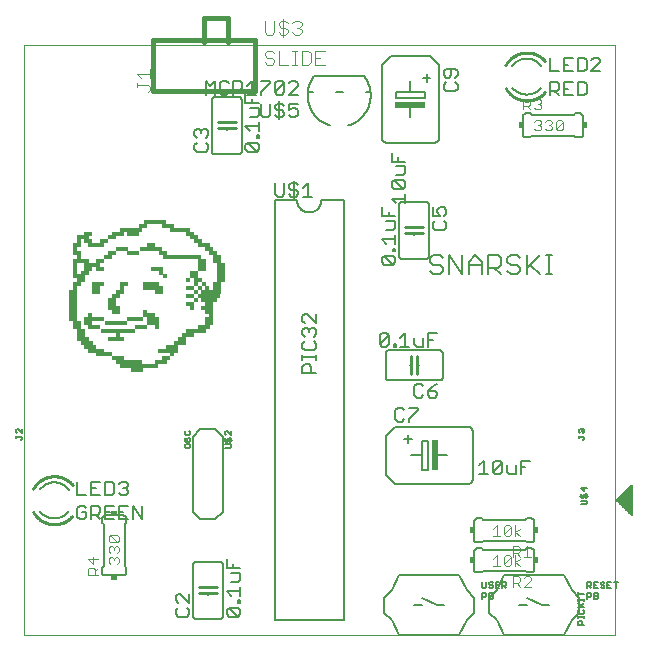
<source format=gto>
G75*
%MOIN*%
%OFA0B0*%
%FSLAX25Y25*%
%IPPOS*%
%LPD*%
%AMOC8*
5,1,8,0,0,1.08239X$1,22.5*
%
%ADD10C,0.00000*%
%ADD11C,0.00600*%
%ADD12R,0.03900X0.01300*%
%ADD13R,0.13000X0.01300*%
%ADD14R,0.09100X0.01300*%
%ADD15R,0.02600X0.01300*%
%ADD16R,0.05200X0.01300*%
%ADD17R,0.01300X0.01300*%
%ADD18R,0.06500X0.01300*%
%ADD19R,0.11700X0.01300*%
%ADD20R,0.07800X0.01300*%
%ADD21C,0.01000*%
%ADD22C,0.00500*%
%ADD23R,0.02000X0.10000*%
%ADD24R,0.10000X0.02000*%
%ADD25C,0.00400*%
%ADD26R,0.01500X0.02000*%
%ADD27R,0.02000X0.01500*%
%ADD28C,0.00800*%
%ADD29C,0.01600*%
D10*
X0005060Y0001800D02*
X0005060Y0198650D01*
X0201910Y0198650D01*
X0201910Y0001800D01*
X0005060Y0001800D01*
D11*
X0031060Y0022800D02*
X0031060Y0024300D01*
X0031560Y0024800D01*
X0031560Y0038800D01*
X0031060Y0039300D01*
X0031060Y0040800D01*
X0031062Y0040860D01*
X0031067Y0040921D01*
X0031076Y0040980D01*
X0031089Y0041039D01*
X0031105Y0041098D01*
X0031125Y0041155D01*
X0031148Y0041210D01*
X0031175Y0041265D01*
X0031204Y0041317D01*
X0031237Y0041368D01*
X0031273Y0041417D01*
X0031311Y0041463D01*
X0031353Y0041507D01*
X0031397Y0041549D01*
X0031443Y0041587D01*
X0031492Y0041623D01*
X0031543Y0041656D01*
X0031595Y0041685D01*
X0031650Y0041712D01*
X0031705Y0041735D01*
X0031762Y0041755D01*
X0031821Y0041771D01*
X0031880Y0041784D01*
X0031939Y0041793D01*
X0032000Y0041798D01*
X0032060Y0041800D01*
X0038060Y0041800D01*
X0038120Y0041798D01*
X0038181Y0041793D01*
X0038240Y0041784D01*
X0038299Y0041771D01*
X0038358Y0041755D01*
X0038415Y0041735D01*
X0038470Y0041712D01*
X0038525Y0041685D01*
X0038577Y0041656D01*
X0038628Y0041623D01*
X0038677Y0041587D01*
X0038723Y0041549D01*
X0038767Y0041507D01*
X0038809Y0041463D01*
X0038847Y0041417D01*
X0038883Y0041368D01*
X0038916Y0041317D01*
X0038945Y0041265D01*
X0038972Y0041210D01*
X0038995Y0041155D01*
X0039015Y0041098D01*
X0039031Y0041039D01*
X0039044Y0040980D01*
X0039053Y0040921D01*
X0039058Y0040860D01*
X0039060Y0040800D01*
X0039060Y0039300D01*
X0038560Y0038800D01*
X0038560Y0024800D01*
X0039060Y0024300D01*
X0039060Y0022800D01*
X0039058Y0022740D01*
X0039053Y0022679D01*
X0039044Y0022620D01*
X0039031Y0022561D01*
X0039015Y0022502D01*
X0038995Y0022445D01*
X0038972Y0022390D01*
X0038945Y0022335D01*
X0038916Y0022283D01*
X0038883Y0022232D01*
X0038847Y0022183D01*
X0038809Y0022137D01*
X0038767Y0022093D01*
X0038723Y0022051D01*
X0038677Y0022013D01*
X0038628Y0021977D01*
X0038577Y0021944D01*
X0038525Y0021915D01*
X0038470Y0021888D01*
X0038415Y0021865D01*
X0038358Y0021845D01*
X0038299Y0021829D01*
X0038240Y0021816D01*
X0038181Y0021807D01*
X0038120Y0021802D01*
X0038060Y0021800D01*
X0032060Y0021800D01*
X0032000Y0021802D01*
X0031939Y0021807D01*
X0031880Y0021816D01*
X0031821Y0021829D01*
X0031762Y0021845D01*
X0031705Y0021865D01*
X0031650Y0021888D01*
X0031595Y0021915D01*
X0031543Y0021944D01*
X0031492Y0021977D01*
X0031443Y0022013D01*
X0031397Y0022051D01*
X0031353Y0022093D01*
X0031311Y0022137D01*
X0031273Y0022183D01*
X0031237Y0022232D01*
X0031204Y0022283D01*
X0031175Y0022335D01*
X0031148Y0022390D01*
X0031125Y0022445D01*
X0031105Y0022502D01*
X0031089Y0022561D01*
X0031076Y0022620D01*
X0031067Y0022679D01*
X0031062Y0022740D01*
X0031060Y0022800D01*
X0015060Y0040800D02*
X0014908Y0040802D01*
X0014757Y0040808D01*
X0014606Y0040817D01*
X0014454Y0040831D01*
X0014304Y0040848D01*
X0014154Y0040869D01*
X0014004Y0040894D01*
X0013855Y0040922D01*
X0013707Y0040955D01*
X0013560Y0040991D01*
X0013413Y0041030D01*
X0013268Y0041074D01*
X0013124Y0041121D01*
X0012981Y0041172D01*
X0012840Y0041226D01*
X0012699Y0041284D01*
X0012561Y0041345D01*
X0012424Y0041410D01*
X0012288Y0041479D01*
X0012155Y0041550D01*
X0012023Y0041625D01*
X0011893Y0041704D01*
X0011766Y0041785D01*
X0011640Y0041870D01*
X0011516Y0041958D01*
X0011395Y0042049D01*
X0011276Y0042143D01*
X0011160Y0042241D01*
X0011046Y0042341D01*
X0010934Y0042443D01*
X0010826Y0042549D01*
X0010720Y0042657D01*
X0010616Y0042768D01*
X0010516Y0042882D01*
X0010418Y0042998D01*
X0010324Y0043117D01*
X0015060Y0052800D02*
X0015214Y0052798D01*
X0015368Y0052792D01*
X0015522Y0052782D01*
X0015676Y0052768D01*
X0015829Y0052751D01*
X0015981Y0052729D01*
X0016133Y0052703D01*
X0016285Y0052674D01*
X0016435Y0052640D01*
X0016585Y0052603D01*
X0016733Y0052562D01*
X0016881Y0052517D01*
X0017027Y0052468D01*
X0017172Y0052416D01*
X0017315Y0052360D01*
X0017458Y0052300D01*
X0017598Y0052237D01*
X0017737Y0052170D01*
X0017874Y0052099D01*
X0018009Y0052025D01*
X0018142Y0051948D01*
X0018274Y0051867D01*
X0018403Y0051783D01*
X0018530Y0051695D01*
X0018654Y0051604D01*
X0018776Y0051511D01*
X0018896Y0051413D01*
X0019013Y0051313D01*
X0019128Y0051210D01*
X0019240Y0051104D01*
X0019349Y0050996D01*
X0019455Y0050884D01*
X0019559Y0050770D01*
X0019659Y0050653D01*
X0019757Y0050534D01*
X0019851Y0050412D01*
X0019942Y0050287D01*
X0015060Y0052800D02*
X0014910Y0052798D01*
X0014759Y0052792D01*
X0014609Y0052783D01*
X0014460Y0052770D01*
X0014310Y0052753D01*
X0014161Y0052732D01*
X0014013Y0052708D01*
X0013865Y0052680D01*
X0013718Y0052648D01*
X0013572Y0052613D01*
X0013427Y0052573D01*
X0013283Y0052531D01*
X0013140Y0052484D01*
X0012998Y0052434D01*
X0012857Y0052381D01*
X0012718Y0052324D01*
X0012580Y0052264D01*
X0012444Y0052200D01*
X0012310Y0052133D01*
X0012177Y0052062D01*
X0012046Y0051988D01*
X0011917Y0051911D01*
X0011790Y0051830D01*
X0011665Y0051747D01*
X0011542Y0051660D01*
X0011421Y0051571D01*
X0011303Y0051478D01*
X0011187Y0051382D01*
X0011073Y0051284D01*
X0010962Y0051183D01*
X0010853Y0051078D01*
X0010748Y0050972D01*
X0010644Y0050862D01*
X0010544Y0050750D01*
X0010446Y0050636D01*
X0010352Y0050519D01*
X0010260Y0050400D01*
X0015060Y0040800D02*
X0015212Y0040802D01*
X0015363Y0040808D01*
X0015514Y0040817D01*
X0015666Y0040831D01*
X0015816Y0040848D01*
X0015966Y0040869D01*
X0016116Y0040894D01*
X0016265Y0040922D01*
X0016413Y0040955D01*
X0016560Y0040991D01*
X0016707Y0041030D01*
X0016852Y0041074D01*
X0016996Y0041121D01*
X0017139Y0041172D01*
X0017280Y0041226D01*
X0017421Y0041284D01*
X0017559Y0041345D01*
X0017696Y0041410D01*
X0017832Y0041479D01*
X0017965Y0041550D01*
X0018097Y0041625D01*
X0018227Y0041704D01*
X0018354Y0041785D01*
X0018480Y0041870D01*
X0018604Y0041958D01*
X0018725Y0042049D01*
X0018844Y0042143D01*
X0018960Y0042241D01*
X0019074Y0042341D01*
X0019186Y0042443D01*
X0019294Y0042549D01*
X0019400Y0042657D01*
X0019504Y0042768D01*
X0019604Y0042882D01*
X0019702Y0042998D01*
X0019796Y0043117D01*
X0061310Y0025300D02*
X0061310Y0008300D01*
X0061312Y0008240D01*
X0061317Y0008179D01*
X0061326Y0008120D01*
X0061339Y0008061D01*
X0061355Y0008002D01*
X0061375Y0007945D01*
X0061398Y0007890D01*
X0061425Y0007835D01*
X0061454Y0007783D01*
X0061487Y0007732D01*
X0061523Y0007683D01*
X0061561Y0007637D01*
X0061603Y0007593D01*
X0061647Y0007551D01*
X0061693Y0007513D01*
X0061742Y0007477D01*
X0061793Y0007444D01*
X0061845Y0007415D01*
X0061900Y0007388D01*
X0061955Y0007365D01*
X0062012Y0007345D01*
X0062071Y0007329D01*
X0062130Y0007316D01*
X0062189Y0007307D01*
X0062250Y0007302D01*
X0062310Y0007300D01*
X0070310Y0007300D01*
X0070370Y0007302D01*
X0070431Y0007307D01*
X0070490Y0007316D01*
X0070549Y0007329D01*
X0070608Y0007345D01*
X0070665Y0007365D01*
X0070720Y0007388D01*
X0070775Y0007415D01*
X0070827Y0007444D01*
X0070878Y0007477D01*
X0070927Y0007513D01*
X0070973Y0007551D01*
X0071017Y0007593D01*
X0071059Y0007637D01*
X0071097Y0007683D01*
X0071133Y0007732D01*
X0071166Y0007783D01*
X0071195Y0007835D01*
X0071222Y0007890D01*
X0071245Y0007945D01*
X0071265Y0008002D01*
X0071281Y0008061D01*
X0071294Y0008120D01*
X0071303Y0008179D01*
X0071308Y0008240D01*
X0071310Y0008300D01*
X0071310Y0025300D01*
X0071308Y0025360D01*
X0071303Y0025421D01*
X0071294Y0025480D01*
X0071281Y0025539D01*
X0071265Y0025598D01*
X0071245Y0025655D01*
X0071222Y0025710D01*
X0071195Y0025765D01*
X0071166Y0025817D01*
X0071133Y0025868D01*
X0071097Y0025917D01*
X0071059Y0025963D01*
X0071017Y0026007D01*
X0070973Y0026049D01*
X0070927Y0026087D01*
X0070878Y0026123D01*
X0070827Y0026156D01*
X0070775Y0026185D01*
X0070720Y0026212D01*
X0070665Y0026235D01*
X0070608Y0026255D01*
X0070549Y0026271D01*
X0070490Y0026284D01*
X0070431Y0026293D01*
X0070370Y0026298D01*
X0070310Y0026300D01*
X0062310Y0026300D01*
X0062250Y0026298D01*
X0062189Y0026293D01*
X0062130Y0026284D01*
X0062071Y0026271D01*
X0062012Y0026255D01*
X0061955Y0026235D01*
X0061900Y0026212D01*
X0061845Y0026185D01*
X0061793Y0026156D01*
X0061742Y0026123D01*
X0061693Y0026087D01*
X0061647Y0026049D01*
X0061603Y0026007D01*
X0061561Y0025963D01*
X0061523Y0025917D01*
X0061487Y0025868D01*
X0061454Y0025817D01*
X0061425Y0025765D01*
X0061398Y0025710D01*
X0061375Y0025655D01*
X0061355Y0025598D01*
X0061339Y0025539D01*
X0061326Y0025480D01*
X0061317Y0025421D01*
X0061312Y0025360D01*
X0061310Y0025300D01*
X0066310Y0018300D02*
X0066310Y0017800D01*
X0066310Y0015800D02*
X0066310Y0015300D01*
X0088560Y0006800D02*
X0111560Y0006800D01*
X0111560Y0146800D01*
X0104060Y0146800D01*
X0104058Y0146674D01*
X0104052Y0146549D01*
X0104042Y0146424D01*
X0104028Y0146299D01*
X0104011Y0146174D01*
X0103989Y0146050D01*
X0103964Y0145927D01*
X0103934Y0145805D01*
X0103901Y0145684D01*
X0103864Y0145564D01*
X0103824Y0145445D01*
X0103779Y0145328D01*
X0103731Y0145211D01*
X0103679Y0145097D01*
X0103624Y0144984D01*
X0103565Y0144873D01*
X0103503Y0144764D01*
X0103437Y0144657D01*
X0103368Y0144552D01*
X0103296Y0144449D01*
X0103221Y0144348D01*
X0103142Y0144250D01*
X0103060Y0144155D01*
X0102976Y0144062D01*
X0102888Y0143972D01*
X0102798Y0143884D01*
X0102705Y0143800D01*
X0102610Y0143718D01*
X0102512Y0143639D01*
X0102411Y0143564D01*
X0102308Y0143492D01*
X0102203Y0143423D01*
X0102096Y0143357D01*
X0101987Y0143295D01*
X0101876Y0143236D01*
X0101763Y0143181D01*
X0101649Y0143129D01*
X0101532Y0143081D01*
X0101415Y0143036D01*
X0101296Y0142996D01*
X0101176Y0142959D01*
X0101055Y0142926D01*
X0100933Y0142896D01*
X0100810Y0142871D01*
X0100686Y0142849D01*
X0100561Y0142832D01*
X0100436Y0142818D01*
X0100311Y0142808D01*
X0100186Y0142802D01*
X0100060Y0142800D01*
X0099934Y0142802D01*
X0099809Y0142808D01*
X0099684Y0142818D01*
X0099559Y0142832D01*
X0099434Y0142849D01*
X0099310Y0142871D01*
X0099187Y0142896D01*
X0099065Y0142926D01*
X0098944Y0142959D01*
X0098824Y0142996D01*
X0098705Y0143036D01*
X0098588Y0143081D01*
X0098471Y0143129D01*
X0098357Y0143181D01*
X0098244Y0143236D01*
X0098133Y0143295D01*
X0098024Y0143357D01*
X0097917Y0143423D01*
X0097812Y0143492D01*
X0097709Y0143564D01*
X0097608Y0143639D01*
X0097510Y0143718D01*
X0097415Y0143800D01*
X0097322Y0143884D01*
X0097232Y0143972D01*
X0097144Y0144062D01*
X0097060Y0144155D01*
X0096978Y0144250D01*
X0096899Y0144348D01*
X0096824Y0144449D01*
X0096752Y0144552D01*
X0096683Y0144657D01*
X0096617Y0144764D01*
X0096555Y0144873D01*
X0096496Y0144984D01*
X0096441Y0145097D01*
X0096389Y0145211D01*
X0096341Y0145328D01*
X0096296Y0145445D01*
X0096256Y0145564D01*
X0096219Y0145684D01*
X0096186Y0145805D01*
X0096156Y0145927D01*
X0096131Y0146050D01*
X0096109Y0146174D01*
X0096092Y0146299D01*
X0096078Y0146424D01*
X0096068Y0146549D01*
X0096062Y0146674D01*
X0096060Y0146800D01*
X0088560Y0146800D01*
X0088560Y0006800D01*
X0128560Y0052300D02*
X0125560Y0055300D01*
X0125560Y0068300D01*
X0128560Y0071300D01*
X0153060Y0071300D01*
X0153136Y0071298D01*
X0153212Y0071292D01*
X0153287Y0071283D01*
X0153362Y0071269D01*
X0153436Y0071252D01*
X0153509Y0071231D01*
X0153581Y0071207D01*
X0153652Y0071178D01*
X0153721Y0071147D01*
X0153788Y0071112D01*
X0153853Y0071073D01*
X0153917Y0071031D01*
X0153978Y0070986D01*
X0154037Y0070938D01*
X0154093Y0070887D01*
X0154147Y0070833D01*
X0154198Y0070777D01*
X0154246Y0070718D01*
X0154291Y0070657D01*
X0154333Y0070593D01*
X0154372Y0070528D01*
X0154407Y0070461D01*
X0154438Y0070392D01*
X0154467Y0070321D01*
X0154491Y0070249D01*
X0154512Y0070176D01*
X0154529Y0070102D01*
X0154543Y0070027D01*
X0154552Y0069952D01*
X0154558Y0069876D01*
X0154560Y0069800D01*
X0154560Y0053800D01*
X0154558Y0053724D01*
X0154552Y0053648D01*
X0154543Y0053573D01*
X0154529Y0053498D01*
X0154512Y0053424D01*
X0154491Y0053351D01*
X0154467Y0053279D01*
X0154438Y0053208D01*
X0154407Y0053139D01*
X0154372Y0053072D01*
X0154333Y0053007D01*
X0154291Y0052943D01*
X0154246Y0052882D01*
X0154198Y0052823D01*
X0154147Y0052767D01*
X0154093Y0052713D01*
X0154037Y0052662D01*
X0153978Y0052614D01*
X0153917Y0052569D01*
X0153853Y0052527D01*
X0153788Y0052488D01*
X0153721Y0052453D01*
X0153652Y0052422D01*
X0153581Y0052393D01*
X0153509Y0052369D01*
X0153436Y0052348D01*
X0153362Y0052331D01*
X0153287Y0052317D01*
X0153212Y0052308D01*
X0153136Y0052302D01*
X0153060Y0052300D01*
X0128560Y0052300D01*
X0137560Y0057000D02*
X0139560Y0057000D01*
X0139560Y0066600D01*
X0137560Y0066600D01*
X0137560Y0061800D01*
X0137560Y0057000D01*
X0137560Y0061800D02*
X0134060Y0061800D01*
X0133060Y0065900D02*
X0133060Y0068400D01*
X0134360Y0067200D02*
X0131760Y0067200D01*
X0142560Y0061800D02*
X0146060Y0061800D01*
X0156060Y0040800D02*
X0157560Y0040800D01*
X0158060Y0040300D01*
X0172060Y0040300D01*
X0172560Y0040800D01*
X0174060Y0040800D01*
X0174120Y0040798D01*
X0174181Y0040793D01*
X0174240Y0040784D01*
X0174299Y0040771D01*
X0174358Y0040755D01*
X0174415Y0040735D01*
X0174470Y0040712D01*
X0174525Y0040685D01*
X0174577Y0040656D01*
X0174628Y0040623D01*
X0174677Y0040587D01*
X0174723Y0040549D01*
X0174767Y0040507D01*
X0174809Y0040463D01*
X0174847Y0040417D01*
X0174883Y0040368D01*
X0174916Y0040317D01*
X0174945Y0040265D01*
X0174972Y0040210D01*
X0174995Y0040155D01*
X0175015Y0040098D01*
X0175031Y0040039D01*
X0175044Y0039980D01*
X0175053Y0039921D01*
X0175058Y0039860D01*
X0175060Y0039800D01*
X0175060Y0033800D01*
X0175058Y0033740D01*
X0175053Y0033679D01*
X0175044Y0033620D01*
X0175031Y0033561D01*
X0175015Y0033502D01*
X0174995Y0033445D01*
X0174972Y0033390D01*
X0174945Y0033335D01*
X0174916Y0033283D01*
X0174883Y0033232D01*
X0174847Y0033183D01*
X0174809Y0033137D01*
X0174767Y0033093D01*
X0174723Y0033051D01*
X0174677Y0033013D01*
X0174628Y0032977D01*
X0174577Y0032944D01*
X0174525Y0032915D01*
X0174470Y0032888D01*
X0174415Y0032865D01*
X0174358Y0032845D01*
X0174299Y0032829D01*
X0174240Y0032816D01*
X0174181Y0032807D01*
X0174120Y0032802D01*
X0174060Y0032800D01*
X0172560Y0032800D01*
X0172060Y0033300D01*
X0158060Y0033300D01*
X0157560Y0032800D01*
X0156060Y0032800D01*
X0156000Y0032802D01*
X0155939Y0032807D01*
X0155880Y0032816D01*
X0155821Y0032829D01*
X0155762Y0032845D01*
X0155705Y0032865D01*
X0155650Y0032888D01*
X0155595Y0032915D01*
X0155543Y0032944D01*
X0155492Y0032977D01*
X0155443Y0033013D01*
X0155397Y0033051D01*
X0155353Y0033093D01*
X0155311Y0033137D01*
X0155273Y0033183D01*
X0155237Y0033232D01*
X0155204Y0033283D01*
X0155175Y0033335D01*
X0155148Y0033390D01*
X0155125Y0033445D01*
X0155105Y0033502D01*
X0155089Y0033561D01*
X0155076Y0033620D01*
X0155067Y0033679D01*
X0155062Y0033740D01*
X0155060Y0033800D01*
X0155060Y0039800D01*
X0155062Y0039860D01*
X0155067Y0039921D01*
X0155076Y0039980D01*
X0155089Y0040039D01*
X0155105Y0040098D01*
X0155125Y0040155D01*
X0155148Y0040210D01*
X0155175Y0040265D01*
X0155204Y0040317D01*
X0155237Y0040368D01*
X0155273Y0040417D01*
X0155311Y0040463D01*
X0155353Y0040507D01*
X0155397Y0040549D01*
X0155443Y0040587D01*
X0155492Y0040623D01*
X0155543Y0040656D01*
X0155595Y0040685D01*
X0155650Y0040712D01*
X0155705Y0040735D01*
X0155762Y0040755D01*
X0155821Y0040771D01*
X0155880Y0040784D01*
X0155939Y0040793D01*
X0156000Y0040798D01*
X0156060Y0040800D01*
X0156060Y0030800D02*
X0157560Y0030800D01*
X0158060Y0030300D01*
X0172060Y0030300D01*
X0172560Y0030800D01*
X0174060Y0030800D01*
X0174120Y0030798D01*
X0174181Y0030793D01*
X0174240Y0030784D01*
X0174299Y0030771D01*
X0174358Y0030755D01*
X0174415Y0030735D01*
X0174470Y0030712D01*
X0174525Y0030685D01*
X0174577Y0030656D01*
X0174628Y0030623D01*
X0174677Y0030587D01*
X0174723Y0030549D01*
X0174767Y0030507D01*
X0174809Y0030463D01*
X0174847Y0030417D01*
X0174883Y0030368D01*
X0174916Y0030317D01*
X0174945Y0030265D01*
X0174972Y0030210D01*
X0174995Y0030155D01*
X0175015Y0030098D01*
X0175031Y0030039D01*
X0175044Y0029980D01*
X0175053Y0029921D01*
X0175058Y0029860D01*
X0175060Y0029800D01*
X0175060Y0023800D01*
X0175058Y0023740D01*
X0175053Y0023679D01*
X0175044Y0023620D01*
X0175031Y0023561D01*
X0175015Y0023502D01*
X0174995Y0023445D01*
X0174972Y0023390D01*
X0174945Y0023335D01*
X0174916Y0023283D01*
X0174883Y0023232D01*
X0174847Y0023183D01*
X0174809Y0023137D01*
X0174767Y0023093D01*
X0174723Y0023051D01*
X0174677Y0023013D01*
X0174628Y0022977D01*
X0174577Y0022944D01*
X0174525Y0022915D01*
X0174470Y0022888D01*
X0174415Y0022865D01*
X0174358Y0022845D01*
X0174299Y0022829D01*
X0174240Y0022816D01*
X0174181Y0022807D01*
X0174120Y0022802D01*
X0174060Y0022800D01*
X0172560Y0022800D01*
X0172060Y0023300D01*
X0158060Y0023300D01*
X0157560Y0022800D01*
X0156060Y0022800D01*
X0156000Y0022802D01*
X0155939Y0022807D01*
X0155880Y0022816D01*
X0155821Y0022829D01*
X0155762Y0022845D01*
X0155705Y0022865D01*
X0155650Y0022888D01*
X0155595Y0022915D01*
X0155543Y0022944D01*
X0155492Y0022977D01*
X0155443Y0023013D01*
X0155397Y0023051D01*
X0155353Y0023093D01*
X0155311Y0023137D01*
X0155273Y0023183D01*
X0155237Y0023232D01*
X0155204Y0023283D01*
X0155175Y0023335D01*
X0155148Y0023390D01*
X0155125Y0023445D01*
X0155105Y0023502D01*
X0155089Y0023561D01*
X0155076Y0023620D01*
X0155067Y0023679D01*
X0155062Y0023740D01*
X0155060Y0023800D01*
X0155060Y0029800D01*
X0155062Y0029860D01*
X0155067Y0029921D01*
X0155076Y0029980D01*
X0155089Y0030039D01*
X0155105Y0030098D01*
X0155125Y0030155D01*
X0155148Y0030210D01*
X0155175Y0030265D01*
X0155204Y0030317D01*
X0155237Y0030368D01*
X0155273Y0030417D01*
X0155311Y0030463D01*
X0155353Y0030507D01*
X0155397Y0030549D01*
X0155443Y0030587D01*
X0155492Y0030623D01*
X0155543Y0030656D01*
X0155595Y0030685D01*
X0155650Y0030712D01*
X0155705Y0030735D01*
X0155762Y0030755D01*
X0155821Y0030771D01*
X0155880Y0030784D01*
X0155939Y0030793D01*
X0156000Y0030798D01*
X0156060Y0030800D01*
X0143560Y0086800D02*
X0126560Y0086800D01*
X0126500Y0086802D01*
X0126439Y0086807D01*
X0126380Y0086816D01*
X0126321Y0086829D01*
X0126262Y0086845D01*
X0126205Y0086865D01*
X0126150Y0086888D01*
X0126095Y0086915D01*
X0126043Y0086944D01*
X0125992Y0086977D01*
X0125943Y0087013D01*
X0125897Y0087051D01*
X0125853Y0087093D01*
X0125811Y0087137D01*
X0125773Y0087183D01*
X0125737Y0087232D01*
X0125704Y0087283D01*
X0125675Y0087335D01*
X0125648Y0087390D01*
X0125625Y0087445D01*
X0125605Y0087502D01*
X0125589Y0087561D01*
X0125576Y0087620D01*
X0125567Y0087679D01*
X0125562Y0087740D01*
X0125560Y0087800D01*
X0125560Y0095800D01*
X0125562Y0095860D01*
X0125567Y0095921D01*
X0125576Y0095980D01*
X0125589Y0096039D01*
X0125605Y0096098D01*
X0125625Y0096155D01*
X0125648Y0096210D01*
X0125675Y0096265D01*
X0125704Y0096317D01*
X0125737Y0096368D01*
X0125773Y0096417D01*
X0125811Y0096463D01*
X0125853Y0096507D01*
X0125897Y0096549D01*
X0125943Y0096587D01*
X0125992Y0096623D01*
X0126043Y0096656D01*
X0126095Y0096685D01*
X0126150Y0096712D01*
X0126205Y0096735D01*
X0126262Y0096755D01*
X0126321Y0096771D01*
X0126380Y0096784D01*
X0126439Y0096793D01*
X0126500Y0096798D01*
X0126560Y0096800D01*
X0143560Y0096800D01*
X0143620Y0096798D01*
X0143681Y0096793D01*
X0143740Y0096784D01*
X0143799Y0096771D01*
X0143858Y0096755D01*
X0143915Y0096735D01*
X0143970Y0096712D01*
X0144025Y0096685D01*
X0144077Y0096656D01*
X0144128Y0096623D01*
X0144177Y0096587D01*
X0144223Y0096549D01*
X0144267Y0096507D01*
X0144309Y0096463D01*
X0144347Y0096417D01*
X0144383Y0096368D01*
X0144416Y0096317D01*
X0144445Y0096265D01*
X0144472Y0096210D01*
X0144495Y0096155D01*
X0144515Y0096098D01*
X0144531Y0096039D01*
X0144544Y0095980D01*
X0144553Y0095921D01*
X0144558Y0095860D01*
X0144560Y0095800D01*
X0144560Y0087800D01*
X0144558Y0087740D01*
X0144553Y0087679D01*
X0144544Y0087620D01*
X0144531Y0087561D01*
X0144515Y0087502D01*
X0144495Y0087445D01*
X0144472Y0087390D01*
X0144445Y0087335D01*
X0144416Y0087283D01*
X0144383Y0087232D01*
X0144347Y0087183D01*
X0144309Y0087137D01*
X0144267Y0087093D01*
X0144223Y0087051D01*
X0144177Y0087013D01*
X0144128Y0086977D01*
X0144077Y0086944D01*
X0144025Y0086915D01*
X0143970Y0086888D01*
X0143915Y0086865D01*
X0143858Y0086845D01*
X0143799Y0086829D01*
X0143740Y0086816D01*
X0143681Y0086807D01*
X0143620Y0086802D01*
X0143560Y0086800D01*
X0136560Y0091800D02*
X0136060Y0091800D01*
X0134060Y0091800D02*
X0133560Y0091800D01*
X0141428Y0122100D02*
X0140360Y0123168D01*
X0141428Y0122100D02*
X0143563Y0122100D01*
X0144630Y0123168D01*
X0144630Y0124235D01*
X0143563Y0125303D01*
X0141428Y0125303D01*
X0140360Y0126370D01*
X0140360Y0127438D01*
X0141428Y0128505D01*
X0143563Y0128505D01*
X0144630Y0127438D01*
X0146805Y0128505D02*
X0151076Y0122100D01*
X0151076Y0128505D01*
X0153251Y0126370D02*
X0155386Y0128505D01*
X0157521Y0126370D01*
X0157521Y0122100D01*
X0159696Y0122100D02*
X0159696Y0128505D01*
X0162899Y0128505D01*
X0163967Y0127438D01*
X0163967Y0125303D01*
X0162899Y0124235D01*
X0159696Y0124235D01*
X0161832Y0124235D02*
X0163967Y0122100D01*
X0166142Y0123168D02*
X0167210Y0122100D01*
X0169345Y0122100D01*
X0170412Y0123168D01*
X0170412Y0124235D01*
X0169345Y0125303D01*
X0167210Y0125303D01*
X0166142Y0126370D01*
X0166142Y0127438D01*
X0167210Y0128505D01*
X0169345Y0128505D01*
X0170412Y0127438D01*
X0172587Y0128505D02*
X0172587Y0122100D01*
X0172587Y0124235D02*
X0176858Y0128505D01*
X0179033Y0128505D02*
X0181168Y0128505D01*
X0180101Y0128505D02*
X0180101Y0122100D01*
X0181168Y0122100D02*
X0179033Y0122100D01*
X0176858Y0122100D02*
X0173655Y0125303D01*
X0157521Y0125303D02*
X0153251Y0125303D01*
X0153251Y0126370D02*
X0153251Y0122100D01*
X0146805Y0122100D02*
X0146805Y0128505D01*
X0140060Y0128300D02*
X0140060Y0145300D01*
X0140058Y0145360D01*
X0140053Y0145421D01*
X0140044Y0145480D01*
X0140031Y0145539D01*
X0140015Y0145598D01*
X0139995Y0145655D01*
X0139972Y0145710D01*
X0139945Y0145765D01*
X0139916Y0145817D01*
X0139883Y0145868D01*
X0139847Y0145917D01*
X0139809Y0145963D01*
X0139767Y0146007D01*
X0139723Y0146049D01*
X0139677Y0146087D01*
X0139628Y0146123D01*
X0139577Y0146156D01*
X0139525Y0146185D01*
X0139470Y0146212D01*
X0139415Y0146235D01*
X0139358Y0146255D01*
X0139299Y0146271D01*
X0139240Y0146284D01*
X0139181Y0146293D01*
X0139120Y0146298D01*
X0139060Y0146300D01*
X0131060Y0146300D01*
X0131000Y0146298D01*
X0130939Y0146293D01*
X0130880Y0146284D01*
X0130821Y0146271D01*
X0130762Y0146255D01*
X0130705Y0146235D01*
X0130650Y0146212D01*
X0130595Y0146185D01*
X0130543Y0146156D01*
X0130492Y0146123D01*
X0130443Y0146087D01*
X0130397Y0146049D01*
X0130353Y0146007D01*
X0130311Y0145963D01*
X0130273Y0145917D01*
X0130237Y0145868D01*
X0130204Y0145817D01*
X0130175Y0145765D01*
X0130148Y0145710D01*
X0130125Y0145655D01*
X0130105Y0145598D01*
X0130089Y0145539D01*
X0130076Y0145480D01*
X0130067Y0145421D01*
X0130062Y0145360D01*
X0130060Y0145300D01*
X0130060Y0128300D01*
X0130062Y0128240D01*
X0130067Y0128179D01*
X0130076Y0128120D01*
X0130089Y0128061D01*
X0130105Y0128002D01*
X0130125Y0127945D01*
X0130148Y0127890D01*
X0130175Y0127835D01*
X0130204Y0127783D01*
X0130237Y0127732D01*
X0130273Y0127683D01*
X0130311Y0127637D01*
X0130353Y0127593D01*
X0130397Y0127551D01*
X0130443Y0127513D01*
X0130492Y0127477D01*
X0130543Y0127444D01*
X0130595Y0127415D01*
X0130650Y0127388D01*
X0130705Y0127365D01*
X0130762Y0127345D01*
X0130821Y0127329D01*
X0130880Y0127316D01*
X0130939Y0127307D01*
X0131000Y0127302D01*
X0131060Y0127300D01*
X0139060Y0127300D01*
X0139120Y0127302D01*
X0139181Y0127307D01*
X0139240Y0127316D01*
X0139299Y0127329D01*
X0139358Y0127345D01*
X0139415Y0127365D01*
X0139470Y0127388D01*
X0139525Y0127415D01*
X0139577Y0127444D01*
X0139628Y0127477D01*
X0139677Y0127513D01*
X0139723Y0127551D01*
X0139767Y0127593D01*
X0139809Y0127637D01*
X0139847Y0127683D01*
X0139883Y0127732D01*
X0139916Y0127783D01*
X0139945Y0127835D01*
X0139972Y0127890D01*
X0139995Y0127945D01*
X0140015Y0128002D01*
X0140031Y0128061D01*
X0140044Y0128120D01*
X0140053Y0128179D01*
X0140058Y0128240D01*
X0140060Y0128300D01*
X0135060Y0135300D02*
X0135060Y0135800D01*
X0135060Y0137800D02*
X0135060Y0138300D01*
X0141810Y0166050D02*
X0125810Y0166050D01*
X0125734Y0166052D01*
X0125658Y0166058D01*
X0125583Y0166067D01*
X0125508Y0166081D01*
X0125434Y0166098D01*
X0125361Y0166119D01*
X0125289Y0166143D01*
X0125218Y0166172D01*
X0125149Y0166203D01*
X0125082Y0166238D01*
X0125017Y0166277D01*
X0124953Y0166319D01*
X0124892Y0166364D01*
X0124833Y0166412D01*
X0124777Y0166463D01*
X0124723Y0166517D01*
X0124672Y0166573D01*
X0124624Y0166632D01*
X0124579Y0166693D01*
X0124537Y0166757D01*
X0124498Y0166822D01*
X0124463Y0166889D01*
X0124432Y0166958D01*
X0124403Y0167029D01*
X0124379Y0167101D01*
X0124358Y0167174D01*
X0124341Y0167248D01*
X0124327Y0167323D01*
X0124318Y0167398D01*
X0124312Y0167474D01*
X0124310Y0167550D01*
X0124310Y0192050D01*
X0127310Y0195050D01*
X0140310Y0195050D01*
X0143310Y0192050D01*
X0143310Y0167550D01*
X0143308Y0167474D01*
X0143302Y0167398D01*
X0143293Y0167323D01*
X0143279Y0167248D01*
X0143262Y0167174D01*
X0143241Y0167101D01*
X0143217Y0167029D01*
X0143188Y0166958D01*
X0143157Y0166889D01*
X0143122Y0166822D01*
X0143083Y0166757D01*
X0143041Y0166693D01*
X0142996Y0166632D01*
X0142948Y0166573D01*
X0142897Y0166517D01*
X0142843Y0166463D01*
X0142787Y0166412D01*
X0142728Y0166364D01*
X0142667Y0166319D01*
X0142603Y0166277D01*
X0142538Y0166238D01*
X0142471Y0166203D01*
X0142402Y0166172D01*
X0142331Y0166143D01*
X0142259Y0166119D01*
X0142186Y0166098D01*
X0142112Y0166081D01*
X0142037Y0166067D01*
X0141962Y0166058D01*
X0141886Y0166052D01*
X0141810Y0166050D01*
X0133810Y0174550D02*
X0133810Y0178050D01*
X0133810Y0183050D02*
X0138610Y0183050D01*
X0138610Y0181050D01*
X0129010Y0181050D01*
X0129010Y0183050D01*
X0133810Y0183050D01*
X0133810Y0186550D01*
X0137910Y0187550D02*
X0140410Y0187550D01*
X0139210Y0186250D02*
X0139210Y0188850D01*
X0172560Y0194050D02*
X0172714Y0194048D01*
X0172868Y0194042D01*
X0173022Y0194032D01*
X0173176Y0194018D01*
X0173329Y0194001D01*
X0173481Y0193979D01*
X0173633Y0193953D01*
X0173785Y0193924D01*
X0173935Y0193890D01*
X0174085Y0193853D01*
X0174233Y0193812D01*
X0174381Y0193767D01*
X0174527Y0193718D01*
X0174672Y0193666D01*
X0174815Y0193610D01*
X0174958Y0193550D01*
X0175098Y0193487D01*
X0175237Y0193420D01*
X0175374Y0193349D01*
X0175509Y0193275D01*
X0175642Y0193198D01*
X0175774Y0193117D01*
X0175903Y0193033D01*
X0176030Y0192945D01*
X0176154Y0192854D01*
X0176276Y0192761D01*
X0176396Y0192663D01*
X0176513Y0192563D01*
X0176628Y0192460D01*
X0176740Y0192354D01*
X0176849Y0192246D01*
X0176955Y0192134D01*
X0177059Y0192020D01*
X0177159Y0191903D01*
X0177257Y0191784D01*
X0177351Y0191662D01*
X0177442Y0191537D01*
X0172560Y0182050D02*
X0172408Y0182052D01*
X0172257Y0182058D01*
X0172106Y0182067D01*
X0171954Y0182081D01*
X0171804Y0182098D01*
X0171654Y0182119D01*
X0171504Y0182144D01*
X0171355Y0182172D01*
X0171207Y0182205D01*
X0171060Y0182241D01*
X0170913Y0182280D01*
X0170768Y0182324D01*
X0170624Y0182371D01*
X0170481Y0182422D01*
X0170340Y0182476D01*
X0170199Y0182534D01*
X0170061Y0182595D01*
X0169924Y0182660D01*
X0169788Y0182729D01*
X0169655Y0182800D01*
X0169523Y0182875D01*
X0169393Y0182954D01*
X0169266Y0183035D01*
X0169140Y0183120D01*
X0169016Y0183208D01*
X0168895Y0183299D01*
X0168776Y0183393D01*
X0168660Y0183491D01*
X0168546Y0183591D01*
X0168434Y0183693D01*
X0168326Y0183799D01*
X0168220Y0183907D01*
X0168116Y0184018D01*
X0168016Y0184132D01*
X0167918Y0184248D01*
X0167824Y0184367D01*
X0172560Y0182050D02*
X0172712Y0182052D01*
X0172863Y0182058D01*
X0173014Y0182067D01*
X0173166Y0182081D01*
X0173316Y0182098D01*
X0173466Y0182119D01*
X0173616Y0182144D01*
X0173765Y0182172D01*
X0173913Y0182205D01*
X0174060Y0182241D01*
X0174207Y0182280D01*
X0174352Y0182324D01*
X0174496Y0182371D01*
X0174639Y0182422D01*
X0174780Y0182476D01*
X0174921Y0182534D01*
X0175059Y0182595D01*
X0175196Y0182660D01*
X0175332Y0182729D01*
X0175465Y0182800D01*
X0175597Y0182875D01*
X0175727Y0182954D01*
X0175854Y0183035D01*
X0175980Y0183120D01*
X0176104Y0183208D01*
X0176225Y0183299D01*
X0176344Y0183393D01*
X0176460Y0183491D01*
X0176574Y0183591D01*
X0176686Y0183693D01*
X0176794Y0183799D01*
X0176900Y0183907D01*
X0177004Y0184018D01*
X0177104Y0184132D01*
X0177202Y0184248D01*
X0177296Y0184367D01*
X0172560Y0194050D02*
X0172410Y0194048D01*
X0172259Y0194042D01*
X0172109Y0194033D01*
X0171960Y0194020D01*
X0171810Y0194003D01*
X0171661Y0193982D01*
X0171513Y0193958D01*
X0171365Y0193930D01*
X0171218Y0193898D01*
X0171072Y0193863D01*
X0170927Y0193823D01*
X0170783Y0193781D01*
X0170640Y0193734D01*
X0170498Y0193684D01*
X0170357Y0193631D01*
X0170218Y0193574D01*
X0170080Y0193514D01*
X0169944Y0193450D01*
X0169810Y0193383D01*
X0169677Y0193312D01*
X0169546Y0193238D01*
X0169417Y0193161D01*
X0169290Y0193080D01*
X0169165Y0192997D01*
X0169042Y0192910D01*
X0168921Y0192821D01*
X0168803Y0192728D01*
X0168687Y0192632D01*
X0168573Y0192534D01*
X0168462Y0192433D01*
X0168353Y0192328D01*
X0168248Y0192222D01*
X0168144Y0192112D01*
X0168044Y0192000D01*
X0167946Y0191886D01*
X0167852Y0191769D01*
X0167760Y0191650D01*
X0172310Y0175800D02*
X0173810Y0175800D01*
X0174310Y0175300D01*
X0188310Y0175300D01*
X0188810Y0175800D01*
X0190310Y0175800D01*
X0190370Y0175798D01*
X0190431Y0175793D01*
X0190490Y0175784D01*
X0190549Y0175771D01*
X0190608Y0175755D01*
X0190665Y0175735D01*
X0190720Y0175712D01*
X0190775Y0175685D01*
X0190827Y0175656D01*
X0190878Y0175623D01*
X0190927Y0175587D01*
X0190973Y0175549D01*
X0191017Y0175507D01*
X0191059Y0175463D01*
X0191097Y0175417D01*
X0191133Y0175368D01*
X0191166Y0175317D01*
X0191195Y0175265D01*
X0191222Y0175210D01*
X0191245Y0175155D01*
X0191265Y0175098D01*
X0191281Y0175039D01*
X0191294Y0174980D01*
X0191303Y0174921D01*
X0191308Y0174860D01*
X0191310Y0174800D01*
X0191310Y0168800D01*
X0191308Y0168740D01*
X0191303Y0168679D01*
X0191294Y0168620D01*
X0191281Y0168561D01*
X0191265Y0168502D01*
X0191245Y0168445D01*
X0191222Y0168390D01*
X0191195Y0168335D01*
X0191166Y0168283D01*
X0191133Y0168232D01*
X0191097Y0168183D01*
X0191059Y0168137D01*
X0191017Y0168093D01*
X0190973Y0168051D01*
X0190927Y0168013D01*
X0190878Y0167977D01*
X0190827Y0167944D01*
X0190775Y0167915D01*
X0190720Y0167888D01*
X0190665Y0167865D01*
X0190608Y0167845D01*
X0190549Y0167829D01*
X0190490Y0167816D01*
X0190431Y0167807D01*
X0190370Y0167802D01*
X0190310Y0167800D01*
X0188810Y0167800D01*
X0188310Y0168300D01*
X0174310Y0168300D01*
X0173810Y0167800D01*
X0172310Y0167800D01*
X0172250Y0167802D01*
X0172189Y0167807D01*
X0172130Y0167816D01*
X0172071Y0167829D01*
X0172012Y0167845D01*
X0171955Y0167865D01*
X0171900Y0167888D01*
X0171845Y0167915D01*
X0171793Y0167944D01*
X0171742Y0167977D01*
X0171693Y0168013D01*
X0171647Y0168051D01*
X0171603Y0168093D01*
X0171561Y0168137D01*
X0171523Y0168183D01*
X0171487Y0168232D01*
X0171454Y0168283D01*
X0171425Y0168335D01*
X0171398Y0168390D01*
X0171375Y0168445D01*
X0171355Y0168502D01*
X0171339Y0168561D01*
X0171326Y0168620D01*
X0171317Y0168679D01*
X0171312Y0168740D01*
X0171310Y0168800D01*
X0171310Y0174800D01*
X0171312Y0174860D01*
X0171317Y0174921D01*
X0171326Y0174980D01*
X0171339Y0175039D01*
X0171355Y0175098D01*
X0171375Y0175155D01*
X0171398Y0175210D01*
X0171425Y0175265D01*
X0171454Y0175317D01*
X0171487Y0175368D01*
X0171523Y0175417D01*
X0171561Y0175463D01*
X0171603Y0175507D01*
X0171647Y0175549D01*
X0171693Y0175587D01*
X0171742Y0175623D01*
X0171793Y0175656D01*
X0171845Y0175685D01*
X0171900Y0175712D01*
X0171955Y0175735D01*
X0172012Y0175755D01*
X0172071Y0175771D01*
X0172130Y0175784D01*
X0172189Y0175793D01*
X0172250Y0175798D01*
X0172310Y0175800D01*
X0077560Y0180300D02*
X0077560Y0163300D01*
X0077558Y0163240D01*
X0077553Y0163179D01*
X0077544Y0163120D01*
X0077531Y0163061D01*
X0077515Y0163002D01*
X0077495Y0162945D01*
X0077472Y0162890D01*
X0077445Y0162835D01*
X0077416Y0162783D01*
X0077383Y0162732D01*
X0077347Y0162683D01*
X0077309Y0162637D01*
X0077267Y0162593D01*
X0077223Y0162551D01*
X0077177Y0162513D01*
X0077128Y0162477D01*
X0077077Y0162444D01*
X0077025Y0162415D01*
X0076970Y0162388D01*
X0076915Y0162365D01*
X0076858Y0162345D01*
X0076799Y0162329D01*
X0076740Y0162316D01*
X0076681Y0162307D01*
X0076620Y0162302D01*
X0076560Y0162300D01*
X0068560Y0162300D01*
X0068500Y0162302D01*
X0068439Y0162307D01*
X0068380Y0162316D01*
X0068321Y0162329D01*
X0068262Y0162345D01*
X0068205Y0162365D01*
X0068150Y0162388D01*
X0068095Y0162415D01*
X0068043Y0162444D01*
X0067992Y0162477D01*
X0067943Y0162513D01*
X0067897Y0162551D01*
X0067853Y0162593D01*
X0067811Y0162637D01*
X0067773Y0162683D01*
X0067737Y0162732D01*
X0067704Y0162783D01*
X0067675Y0162835D01*
X0067648Y0162890D01*
X0067625Y0162945D01*
X0067605Y0163002D01*
X0067589Y0163061D01*
X0067576Y0163120D01*
X0067567Y0163179D01*
X0067562Y0163240D01*
X0067560Y0163300D01*
X0067560Y0180300D01*
X0067562Y0180360D01*
X0067567Y0180421D01*
X0067576Y0180480D01*
X0067589Y0180539D01*
X0067605Y0180598D01*
X0067625Y0180655D01*
X0067648Y0180710D01*
X0067675Y0180765D01*
X0067704Y0180817D01*
X0067737Y0180868D01*
X0067773Y0180917D01*
X0067811Y0180963D01*
X0067853Y0181007D01*
X0067897Y0181049D01*
X0067943Y0181087D01*
X0067992Y0181123D01*
X0068043Y0181156D01*
X0068095Y0181185D01*
X0068150Y0181212D01*
X0068205Y0181235D01*
X0068262Y0181255D01*
X0068321Y0181271D01*
X0068380Y0181284D01*
X0068439Y0181293D01*
X0068500Y0181298D01*
X0068560Y0181300D01*
X0076560Y0181300D01*
X0076620Y0181298D01*
X0076681Y0181293D01*
X0076740Y0181284D01*
X0076799Y0181271D01*
X0076858Y0181255D01*
X0076915Y0181235D01*
X0076970Y0181212D01*
X0077025Y0181185D01*
X0077077Y0181156D01*
X0077128Y0181123D01*
X0077177Y0181087D01*
X0077223Y0181049D01*
X0077267Y0181007D01*
X0077309Y0180963D01*
X0077347Y0180917D01*
X0077383Y0180868D01*
X0077416Y0180817D01*
X0077445Y0180765D01*
X0077472Y0180710D01*
X0077495Y0180655D01*
X0077515Y0180598D01*
X0077531Y0180539D01*
X0077544Y0180480D01*
X0077553Y0180421D01*
X0077558Y0180360D01*
X0077560Y0180300D01*
X0072560Y0173300D02*
X0072560Y0172800D01*
X0072560Y0170800D02*
X0072560Y0170300D01*
D12*
X0053160Y0138300D03*
X0041460Y0135700D03*
X0036260Y0135700D03*
X0037560Y0130500D03*
X0041460Y0129200D03*
X0049260Y0124000D03*
X0034960Y0111000D03*
X0028460Y0104500D03*
X0024560Y0100600D03*
X0025860Y0099300D03*
X0027160Y0098000D03*
X0036260Y0094100D03*
X0042760Y0090200D03*
X0050560Y0092800D03*
X0054460Y0098000D03*
X0057060Y0099300D03*
X0059660Y0101900D03*
X0064860Y0104500D03*
X0066160Y0111000D03*
X0047960Y0107100D03*
X0047960Y0105800D03*
X0046660Y0108400D03*
X0044060Y0104500D03*
X0029760Y0118800D03*
X0023260Y0121400D03*
X0024560Y0134400D03*
X0064860Y0131800D03*
D13*
X0057710Y0127900D03*
X0043410Y0091500D03*
D14*
X0040160Y0092800D03*
D15*
X0052510Y0094100D03*
X0057710Y0100600D03*
X0066810Y0105800D03*
X0066810Y0107100D03*
X0066810Y0109700D03*
X0066810Y0112300D03*
X0069410Y0117500D03*
X0069410Y0118800D03*
X0070710Y0120100D03*
X0070710Y0121400D03*
X0070710Y0122700D03*
X0070710Y0124000D03*
X0070710Y0125300D03*
X0069410Y0126600D03*
X0069410Y0127900D03*
X0068110Y0129200D03*
X0066810Y0130500D03*
X0062910Y0133100D03*
X0061610Y0134400D03*
X0060310Y0135700D03*
X0064210Y0126600D03*
X0064210Y0125300D03*
X0064210Y0124000D03*
X0061610Y0122700D03*
X0061610Y0121400D03*
X0062910Y0120100D03*
X0060310Y0117500D03*
X0060310Y0114900D03*
X0060310Y0112300D03*
X0049910Y0116200D03*
X0038210Y0118800D03*
X0036910Y0116200D03*
X0035610Y0114900D03*
X0034310Y0113600D03*
X0034310Y0112300D03*
X0035610Y0109700D03*
X0029110Y0116200D03*
X0029110Y0117500D03*
X0023910Y0120100D03*
X0022610Y0118800D03*
X0021310Y0116200D03*
X0021310Y0114900D03*
X0021310Y0113600D03*
X0021310Y0112300D03*
X0021310Y0111000D03*
X0021310Y0109700D03*
X0021310Y0108400D03*
X0021310Y0107100D03*
X0022610Y0105800D03*
X0022610Y0104500D03*
X0023910Y0103200D03*
X0023910Y0101900D03*
X0026510Y0105800D03*
X0025210Y0122700D03*
X0026510Y0124000D03*
X0030410Y0124000D03*
X0030410Y0126600D03*
X0033010Y0127900D03*
X0034310Y0129200D03*
X0031710Y0133100D03*
X0034310Y0134400D03*
X0026510Y0133100D03*
X0026510Y0135700D03*
X0022610Y0131800D03*
X0022610Y0129200D03*
X0044710Y0138300D03*
X0047310Y0131800D03*
X0051210Y0129200D03*
D16*
X0047310Y0118800D03*
X0042110Y0107100D03*
X0035610Y0100600D03*
X0031710Y0095400D03*
X0029110Y0096700D03*
X0027810Y0125300D03*
X0023910Y0126600D03*
X0029110Y0131800D03*
X0066810Y0113600D03*
D17*
X0066160Y0117500D03*
X0064860Y0118800D03*
X0063560Y0117500D03*
X0062260Y0116200D03*
X0062260Y0113600D03*
X0060960Y0111000D03*
X0067460Y0108400D03*
X0062260Y0118800D03*
X0059660Y0120100D03*
X0051860Y0121400D03*
X0050560Y0122700D03*
X0045360Y0109700D03*
X0049260Y0104500D03*
X0054460Y0095400D03*
X0036260Y0101900D03*
X0027160Y0108400D03*
X0021960Y0117500D03*
X0021960Y0122700D03*
X0021960Y0124000D03*
X0021960Y0125300D03*
X0023260Y0127900D03*
X0021960Y0130500D03*
X0023260Y0133100D03*
X0037560Y0117500D03*
D18*
X0047960Y0117500D03*
X0062260Y0103200D03*
X0053160Y0096700D03*
X0067460Y0116200D03*
X0057060Y0137000D03*
X0028460Y0107100D03*
D19*
X0036260Y0103200D03*
D20*
X0035610Y0105800D03*
X0047310Y0130500D03*
X0040810Y0137000D03*
X0048610Y0139600D03*
X0066810Y0114900D03*
D21*
X0069560Y0170800D02*
X0072560Y0170800D01*
X0075560Y0170800D01*
X0075560Y0172800D02*
X0072560Y0172800D01*
X0069560Y0172800D01*
X0132060Y0137800D02*
X0135060Y0137800D01*
X0138060Y0137800D01*
X0138060Y0135800D02*
X0135060Y0135800D01*
X0132060Y0135800D01*
X0134060Y0094800D02*
X0134060Y0091800D01*
X0134060Y0088800D01*
X0136060Y0088800D02*
X0136060Y0091800D01*
X0136060Y0094800D01*
X0069310Y0017800D02*
X0066310Y0017800D01*
X0063310Y0017800D01*
X0063310Y0015800D02*
X0066310Y0015800D01*
X0069310Y0015800D01*
X0015060Y0054800D02*
X0014868Y0054798D01*
X0014676Y0054791D01*
X0014484Y0054779D01*
X0014292Y0054763D01*
X0014101Y0054742D01*
X0013911Y0054717D01*
X0013721Y0054687D01*
X0013532Y0054653D01*
X0013344Y0054614D01*
X0013157Y0054570D01*
X0012971Y0054522D01*
X0012786Y0054470D01*
X0012602Y0054413D01*
X0012420Y0054352D01*
X0012240Y0054286D01*
X0012061Y0054216D01*
X0011883Y0054142D01*
X0011708Y0054064D01*
X0011534Y0053981D01*
X0011363Y0053894D01*
X0011194Y0053804D01*
X0011027Y0053709D01*
X0010862Y0053610D01*
X0010699Y0053507D01*
X0010540Y0053400D01*
X0010382Y0053290D01*
X0010228Y0053176D01*
X0010076Y0053058D01*
X0009927Y0052936D01*
X0009781Y0052811D01*
X0009639Y0052683D01*
X0009499Y0052551D01*
X0009362Y0052416D01*
X0009229Y0052277D01*
X0009099Y0052136D01*
X0008973Y0051991D01*
X0008850Y0051843D01*
X0008731Y0051693D01*
X0008615Y0051539D01*
X0008503Y0051383D01*
X0008395Y0051224D01*
X0008290Y0051063D01*
X0008190Y0050899D01*
X0008094Y0050733D01*
X0008001Y0050565D01*
X0008114Y0042831D02*
X0008213Y0042662D01*
X0008317Y0042496D01*
X0008424Y0042332D01*
X0008535Y0042171D01*
X0008650Y0042013D01*
X0008769Y0041858D01*
X0008892Y0041705D01*
X0009018Y0041556D01*
X0009148Y0041410D01*
X0009282Y0041267D01*
X0009419Y0041127D01*
X0009559Y0040991D01*
X0009703Y0040858D01*
X0009850Y0040729D01*
X0010000Y0040603D01*
X0010153Y0040482D01*
X0010309Y0040363D01*
X0010468Y0040249D01*
X0010629Y0040139D01*
X0010794Y0040033D01*
X0010960Y0039930D01*
X0011130Y0039832D01*
X0011301Y0039738D01*
X0011475Y0039648D01*
X0011651Y0039563D01*
X0011829Y0039481D01*
X0012009Y0039405D01*
X0012191Y0039332D01*
X0012374Y0039264D01*
X0012559Y0039201D01*
X0012746Y0039142D01*
X0012934Y0039088D01*
X0013123Y0039038D01*
X0013313Y0038993D01*
X0013505Y0038953D01*
X0013697Y0038917D01*
X0013890Y0038886D01*
X0014084Y0038860D01*
X0014279Y0038838D01*
X0014474Y0038822D01*
X0014669Y0038810D01*
X0014865Y0038802D01*
X0015060Y0038800D01*
X0015253Y0038802D01*
X0015446Y0038809D01*
X0015638Y0038821D01*
X0015831Y0038837D01*
X0016023Y0038858D01*
X0016214Y0038884D01*
X0016404Y0038914D01*
X0016594Y0038949D01*
X0016783Y0038988D01*
X0016971Y0039032D01*
X0017158Y0039080D01*
X0017344Y0039133D01*
X0017528Y0039190D01*
X0017711Y0039252D01*
X0017892Y0039318D01*
X0018072Y0039389D01*
X0018250Y0039463D01*
X0018426Y0039542D01*
X0018600Y0039626D01*
X0018772Y0039713D01*
X0018942Y0039805D01*
X0019109Y0039901D01*
X0019275Y0040000D01*
X0019438Y0040104D01*
X0019598Y0040211D01*
X0019755Y0040323D01*
X0019910Y0040438D01*
X0020062Y0040557D01*
X0020211Y0040679D01*
X0020358Y0040805D01*
X0020501Y0040935D01*
X0020641Y0041068D01*
X0020777Y0041204D01*
X0020911Y0041344D01*
X0021040Y0041486D01*
X0021167Y0041632D01*
X0021206Y0051922D02*
X0021079Y0052070D01*
X0020949Y0052215D01*
X0020816Y0052356D01*
X0020679Y0052495D01*
X0020539Y0052630D01*
X0020395Y0052761D01*
X0020248Y0052889D01*
X0020099Y0053014D01*
X0019946Y0053135D01*
X0019791Y0053252D01*
X0019632Y0053365D01*
X0019471Y0053474D01*
X0019307Y0053579D01*
X0019141Y0053681D01*
X0018972Y0053778D01*
X0018802Y0053871D01*
X0018628Y0053960D01*
X0018453Y0054045D01*
X0018276Y0054125D01*
X0018097Y0054201D01*
X0017916Y0054273D01*
X0017733Y0054340D01*
X0017549Y0054403D01*
X0017363Y0054461D01*
X0017176Y0054515D01*
X0016988Y0054564D01*
X0016798Y0054609D01*
X0016608Y0054649D01*
X0016416Y0054684D01*
X0016224Y0054715D01*
X0016031Y0054741D01*
X0015837Y0054762D01*
X0015643Y0054779D01*
X0015449Y0054791D01*
X0015255Y0054798D01*
X0015060Y0054800D01*
X0165614Y0184081D02*
X0165713Y0183912D01*
X0165817Y0183746D01*
X0165924Y0183582D01*
X0166035Y0183421D01*
X0166150Y0183263D01*
X0166269Y0183108D01*
X0166392Y0182955D01*
X0166518Y0182806D01*
X0166648Y0182660D01*
X0166782Y0182517D01*
X0166919Y0182377D01*
X0167059Y0182241D01*
X0167203Y0182108D01*
X0167350Y0181979D01*
X0167500Y0181853D01*
X0167653Y0181732D01*
X0167809Y0181613D01*
X0167968Y0181499D01*
X0168129Y0181389D01*
X0168294Y0181283D01*
X0168460Y0181180D01*
X0168630Y0181082D01*
X0168801Y0180988D01*
X0168975Y0180898D01*
X0169151Y0180813D01*
X0169329Y0180731D01*
X0169509Y0180655D01*
X0169691Y0180582D01*
X0169874Y0180514D01*
X0170059Y0180451D01*
X0170246Y0180392D01*
X0170434Y0180338D01*
X0170623Y0180288D01*
X0170813Y0180243D01*
X0171005Y0180203D01*
X0171197Y0180167D01*
X0171390Y0180136D01*
X0171584Y0180110D01*
X0171779Y0180088D01*
X0171974Y0180072D01*
X0172169Y0180060D01*
X0172365Y0180052D01*
X0172560Y0180050D01*
X0165501Y0191815D02*
X0165594Y0191983D01*
X0165690Y0192149D01*
X0165790Y0192313D01*
X0165895Y0192474D01*
X0166003Y0192633D01*
X0166115Y0192789D01*
X0166231Y0192943D01*
X0166350Y0193093D01*
X0166473Y0193241D01*
X0166599Y0193386D01*
X0166729Y0193527D01*
X0166862Y0193666D01*
X0166999Y0193801D01*
X0167139Y0193933D01*
X0167281Y0194061D01*
X0167427Y0194186D01*
X0167576Y0194308D01*
X0167728Y0194426D01*
X0167882Y0194540D01*
X0168040Y0194650D01*
X0168199Y0194757D01*
X0168362Y0194860D01*
X0168527Y0194959D01*
X0168694Y0195054D01*
X0168863Y0195144D01*
X0169034Y0195231D01*
X0169208Y0195314D01*
X0169383Y0195392D01*
X0169561Y0195466D01*
X0169740Y0195536D01*
X0169920Y0195602D01*
X0170102Y0195663D01*
X0170286Y0195720D01*
X0170471Y0195772D01*
X0170657Y0195820D01*
X0170844Y0195864D01*
X0171032Y0195903D01*
X0171221Y0195937D01*
X0171411Y0195967D01*
X0171601Y0195992D01*
X0171792Y0196013D01*
X0171984Y0196029D01*
X0172176Y0196041D01*
X0172368Y0196048D01*
X0172560Y0196050D01*
X0178667Y0182882D02*
X0178540Y0182736D01*
X0178411Y0182594D01*
X0178277Y0182454D01*
X0178141Y0182318D01*
X0178001Y0182185D01*
X0177858Y0182055D01*
X0177711Y0181929D01*
X0177562Y0181807D01*
X0177410Y0181688D01*
X0177255Y0181573D01*
X0177098Y0181461D01*
X0176938Y0181354D01*
X0176775Y0181250D01*
X0176609Y0181151D01*
X0176442Y0181055D01*
X0176272Y0180963D01*
X0176100Y0180876D01*
X0175926Y0180792D01*
X0175750Y0180713D01*
X0175572Y0180639D01*
X0175392Y0180568D01*
X0175211Y0180502D01*
X0175028Y0180440D01*
X0174844Y0180383D01*
X0174658Y0180330D01*
X0174471Y0180282D01*
X0174283Y0180238D01*
X0174094Y0180199D01*
X0173904Y0180164D01*
X0173714Y0180134D01*
X0173523Y0180108D01*
X0173331Y0180087D01*
X0173138Y0180071D01*
X0172946Y0180059D01*
X0172753Y0180052D01*
X0172560Y0180050D01*
X0178706Y0193172D02*
X0178579Y0193320D01*
X0178449Y0193465D01*
X0178316Y0193606D01*
X0178179Y0193745D01*
X0178039Y0193880D01*
X0177895Y0194011D01*
X0177748Y0194139D01*
X0177599Y0194264D01*
X0177446Y0194385D01*
X0177291Y0194502D01*
X0177132Y0194615D01*
X0176971Y0194724D01*
X0176807Y0194829D01*
X0176641Y0194931D01*
X0176472Y0195028D01*
X0176302Y0195121D01*
X0176128Y0195210D01*
X0175953Y0195295D01*
X0175776Y0195375D01*
X0175597Y0195451D01*
X0175416Y0195523D01*
X0175233Y0195590D01*
X0175049Y0195653D01*
X0174863Y0195711D01*
X0174676Y0195765D01*
X0174488Y0195814D01*
X0174298Y0195859D01*
X0174108Y0195899D01*
X0173916Y0195934D01*
X0173724Y0195965D01*
X0173531Y0195991D01*
X0173337Y0196012D01*
X0173143Y0196029D01*
X0172949Y0196041D01*
X0172755Y0196048D01*
X0172560Y0196050D01*
D22*
X0180310Y0194304D02*
X0180310Y0189800D01*
X0183313Y0189800D01*
X0184914Y0189800D02*
X0187916Y0189800D01*
X0189518Y0189800D02*
X0191770Y0189800D01*
X0192520Y0190551D01*
X0192520Y0193553D01*
X0191770Y0194304D01*
X0189518Y0194304D01*
X0189518Y0189800D01*
X0186415Y0192052D02*
X0184914Y0192052D01*
X0184914Y0194304D02*
X0184914Y0189800D01*
X0184914Y0186304D02*
X0184914Y0181800D01*
X0187916Y0181800D01*
X0189518Y0181800D02*
X0191770Y0181800D01*
X0192520Y0182551D01*
X0192520Y0185553D01*
X0191770Y0186304D01*
X0189518Y0186304D01*
X0189518Y0181800D01*
X0186415Y0184052D02*
X0184914Y0184052D01*
X0183313Y0184052D02*
X0183313Y0185553D01*
X0182562Y0186304D01*
X0180310Y0186304D01*
X0180310Y0181800D01*
X0180310Y0183301D02*
X0182562Y0183301D01*
X0183313Y0184052D01*
X0181811Y0183301D02*
X0183313Y0181800D01*
X0184914Y0186304D02*
X0187916Y0186304D01*
X0194122Y0189800D02*
X0197124Y0192803D01*
X0197124Y0193553D01*
X0196374Y0194304D01*
X0194872Y0194304D01*
X0194122Y0193553D01*
X0194122Y0189800D02*
X0197124Y0189800D01*
X0187916Y0194304D02*
X0184914Y0194304D01*
X0149560Y0189948D02*
X0149560Y0188447D01*
X0148809Y0187696D01*
X0148809Y0186095D02*
X0149560Y0185344D01*
X0149560Y0183843D01*
X0148809Y0183092D01*
X0145807Y0183092D01*
X0145056Y0183843D01*
X0145056Y0185344D01*
X0145807Y0186095D01*
X0145807Y0187696D02*
X0146557Y0187696D01*
X0147308Y0188447D01*
X0147308Y0190699D01*
X0145807Y0190699D02*
X0145056Y0189948D01*
X0145056Y0188447D01*
X0145807Y0187696D01*
X0145807Y0190699D02*
X0148809Y0190699D01*
X0149560Y0189948D01*
X0127556Y0162699D02*
X0127556Y0159696D01*
X0132060Y0159696D01*
X0132060Y0158095D02*
X0129057Y0158095D01*
X0129808Y0159696D02*
X0129808Y0161197D01*
X0132060Y0158095D02*
X0132060Y0155843D01*
X0131309Y0155092D01*
X0129057Y0155092D01*
X0128307Y0153491D02*
X0131309Y0150488D01*
X0132060Y0151239D01*
X0132060Y0152740D01*
X0131309Y0153491D01*
X0128307Y0153491D01*
X0127556Y0152740D01*
X0127556Y0151239D01*
X0128307Y0150488D01*
X0131309Y0150488D01*
X0132060Y0148887D02*
X0132060Y0145884D01*
X0132060Y0147386D02*
X0127556Y0147386D01*
X0129057Y0145884D01*
X0126558Y0142947D02*
X0126558Y0141446D01*
X0125807Y0139845D02*
X0128810Y0139845D01*
X0128810Y0137593D01*
X0128059Y0136842D01*
X0125807Y0136842D01*
X0128810Y0135241D02*
X0128810Y0132238D01*
X0128810Y0133739D02*
X0124306Y0133739D01*
X0125807Y0132238D01*
X0128059Y0130687D02*
X0128810Y0130687D01*
X0128810Y0129936D01*
X0128059Y0129936D01*
X0128059Y0130687D01*
X0128059Y0128335D02*
X0128810Y0127584D01*
X0128810Y0126083D01*
X0128059Y0125332D01*
X0125057Y0128335D01*
X0128059Y0128335D01*
X0125057Y0128335D02*
X0124306Y0127584D01*
X0124306Y0126083D01*
X0125057Y0125332D01*
X0128059Y0125332D01*
X0141306Y0137593D02*
X0142057Y0136842D01*
X0145059Y0136842D01*
X0145810Y0137593D01*
X0145810Y0139094D01*
X0145059Y0139845D01*
X0145059Y0141446D02*
X0145810Y0142197D01*
X0145810Y0143698D01*
X0145059Y0144449D01*
X0143558Y0144449D01*
X0142807Y0143698D01*
X0142807Y0142947D01*
X0143558Y0141446D01*
X0141306Y0141446D01*
X0141306Y0144449D01*
X0142057Y0139845D02*
X0141306Y0139094D01*
X0141306Y0137593D01*
X0128810Y0141446D02*
X0124306Y0141446D01*
X0124306Y0144449D01*
X0101020Y0148050D02*
X0098018Y0148050D01*
X0099519Y0148050D02*
X0099519Y0152554D01*
X0098018Y0151053D01*
X0096416Y0151803D02*
X0095666Y0152554D01*
X0094165Y0152554D01*
X0093414Y0151803D01*
X0093414Y0151053D01*
X0094165Y0150302D01*
X0095666Y0150302D01*
X0096416Y0149551D01*
X0096416Y0148801D01*
X0095666Y0148050D01*
X0094165Y0148050D01*
X0093414Y0148801D01*
X0091813Y0148801D02*
X0091062Y0148050D01*
X0089561Y0148050D01*
X0088810Y0148801D01*
X0088810Y0152554D01*
X0091813Y0152554D02*
X0091813Y0148801D01*
X0094915Y0147299D02*
X0094915Y0153304D01*
X0083310Y0163801D02*
X0082559Y0163050D01*
X0079557Y0166053D01*
X0082559Y0166053D01*
X0083310Y0165302D01*
X0083310Y0163801D01*
X0082559Y0163050D02*
X0079557Y0163050D01*
X0078806Y0163801D01*
X0078806Y0165302D01*
X0079557Y0166053D01*
X0082559Y0167654D02*
X0082559Y0168405D01*
X0083310Y0168405D01*
X0083310Y0167654D01*
X0082559Y0167654D01*
X0083310Y0169956D02*
X0083310Y0172958D01*
X0083310Y0171457D02*
X0078806Y0171457D01*
X0080307Y0169956D01*
X0080307Y0174560D02*
X0082559Y0174560D01*
X0083310Y0175310D01*
X0083310Y0177562D01*
X0080307Y0177562D01*
X0081058Y0179164D02*
X0081058Y0180665D01*
X0080896Y0182050D02*
X0080896Y0186554D01*
X0079394Y0185053D01*
X0077793Y0185803D02*
X0077793Y0184302D01*
X0077042Y0183551D01*
X0074790Y0183551D01*
X0074790Y0182050D02*
X0074790Y0186554D01*
X0077042Y0186554D01*
X0077793Y0185803D01*
X0078806Y0182166D02*
X0078806Y0179164D01*
X0083310Y0179164D01*
X0083998Y0179054D02*
X0083998Y0175301D01*
X0084749Y0174550D01*
X0086250Y0174550D01*
X0087001Y0175301D01*
X0087001Y0179054D01*
X0088602Y0178303D02*
X0088602Y0177553D01*
X0089353Y0176802D01*
X0090854Y0176802D01*
X0091605Y0176051D01*
X0091605Y0175301D01*
X0090854Y0174550D01*
X0089353Y0174550D01*
X0088602Y0175301D01*
X0090103Y0173799D02*
X0090103Y0179804D01*
X0089353Y0179054D02*
X0090854Y0179054D01*
X0091605Y0178303D01*
X0093206Y0179054D02*
X0093206Y0176802D01*
X0094707Y0177553D01*
X0095458Y0177553D01*
X0096209Y0176802D01*
X0096209Y0175301D01*
X0095458Y0174550D01*
X0093957Y0174550D01*
X0093206Y0175301D01*
X0093206Y0179054D02*
X0096209Y0179054D01*
X0096209Y0182050D02*
X0093206Y0182050D01*
X0096209Y0185053D01*
X0096209Y0185803D01*
X0095458Y0186554D01*
X0093957Y0186554D01*
X0093206Y0185803D01*
X0091605Y0185803D02*
X0091605Y0182801D01*
X0090854Y0182050D01*
X0089353Y0182050D01*
X0088602Y0182801D01*
X0091605Y0185803D01*
X0090854Y0186554D01*
X0089353Y0186554D01*
X0088602Y0185803D01*
X0088602Y0182801D01*
X0087001Y0185803D02*
X0083998Y0182801D01*
X0083998Y0182050D01*
X0082397Y0182050D02*
X0079394Y0182050D01*
X0073189Y0182801D02*
X0072438Y0182050D01*
X0070937Y0182050D01*
X0070186Y0182801D01*
X0070186Y0185803D01*
X0070937Y0186554D01*
X0072438Y0186554D01*
X0073189Y0185803D01*
X0068585Y0186554D02*
X0068585Y0182050D01*
X0065582Y0182050D02*
X0065582Y0186554D01*
X0067084Y0185053D01*
X0068585Y0186554D01*
X0083998Y0186554D02*
X0087001Y0186554D01*
X0087001Y0185803D01*
X0089353Y0179054D02*
X0088602Y0178303D01*
X0099608Y0182800D02*
X0101187Y0182800D01*
X0101814Y0188300D02*
X0118306Y0188300D01*
X0118933Y0182800D02*
X0120512Y0182800D01*
X0111187Y0182800D02*
X0108933Y0182800D01*
X0118306Y0188300D02*
X0118459Y0188101D01*
X0118607Y0187899D01*
X0118750Y0187694D01*
X0118888Y0187485D01*
X0119021Y0187273D01*
X0119149Y0187058D01*
X0119271Y0186840D01*
X0119389Y0186619D01*
X0119501Y0186395D01*
X0119608Y0186169D01*
X0119709Y0185940D01*
X0119805Y0185709D01*
X0119896Y0185475D01*
X0119981Y0185240D01*
X0120060Y0185002D01*
X0120133Y0184763D01*
X0120201Y0184522D01*
X0120263Y0184280D01*
X0120319Y0184036D01*
X0120370Y0183790D01*
X0120414Y0183544D01*
X0120453Y0183297D01*
X0120485Y0183049D01*
X0120512Y0182800D01*
X0106964Y0171767D02*
X0106722Y0171845D01*
X0106482Y0171929D01*
X0106244Y0172018D01*
X0106008Y0172114D01*
X0105774Y0172215D01*
X0105543Y0172321D01*
X0105315Y0172434D01*
X0105089Y0172551D01*
X0104866Y0172674D01*
X0104647Y0172803D01*
X0104430Y0172937D01*
X0104217Y0173076D01*
X0104007Y0173220D01*
X0103801Y0173369D01*
X0103599Y0173523D01*
X0103400Y0173682D01*
X0103205Y0173846D01*
X0103014Y0174015D01*
X0102828Y0174188D01*
X0102645Y0174365D01*
X0102467Y0174547D01*
X0102294Y0174733D01*
X0102125Y0174924D01*
X0101961Y0175118D01*
X0101801Y0175316D01*
X0101646Y0175518D01*
X0101497Y0175724D01*
X0101352Y0175933D01*
X0101212Y0176146D01*
X0101078Y0176362D01*
X0100949Y0176582D01*
X0100825Y0176804D01*
X0100706Y0177029D01*
X0100594Y0177257D01*
X0100486Y0177488D01*
X0100385Y0177721D01*
X0100289Y0177957D01*
X0100198Y0178195D01*
X0100114Y0178435D01*
X0100035Y0178677D01*
X0099962Y0178921D01*
X0099896Y0179167D01*
X0099835Y0179414D01*
X0099780Y0179662D01*
X0099731Y0179912D01*
X0099688Y0180163D01*
X0099652Y0180415D01*
X0099621Y0180667D01*
X0099597Y0180921D01*
X0099579Y0181174D01*
X0099567Y0181429D01*
X0099561Y0181683D01*
X0099561Y0181938D01*
X0099567Y0182192D01*
X0099580Y0182446D01*
X0099599Y0182700D01*
X0099624Y0182953D01*
X0099655Y0183206D01*
X0099692Y0183458D01*
X0099735Y0183708D01*
X0099784Y0183958D01*
X0099839Y0184207D01*
X0099901Y0184454D01*
X0099968Y0184699D01*
X0100041Y0184943D01*
X0100120Y0185185D01*
X0100205Y0185424D01*
X0100296Y0185662D01*
X0100393Y0185898D01*
X0100495Y0186131D01*
X0100603Y0186361D01*
X0100716Y0186589D01*
X0100835Y0186814D01*
X0100959Y0187036D01*
X0101088Y0187255D01*
X0101223Y0187471D01*
X0101363Y0187684D01*
X0101509Y0187893D01*
X0101659Y0188098D01*
X0101814Y0188300D01*
X0120512Y0182800D02*
X0120534Y0182545D01*
X0120549Y0182289D01*
X0120557Y0182033D01*
X0120560Y0181776D01*
X0120556Y0181520D01*
X0120546Y0181264D01*
X0120530Y0181008D01*
X0120508Y0180753D01*
X0120479Y0180498D01*
X0120444Y0180244D01*
X0120403Y0179991D01*
X0120356Y0179739D01*
X0120302Y0179489D01*
X0120243Y0179240D01*
X0120177Y0178992D01*
X0120106Y0178746D01*
X0120028Y0178501D01*
X0119945Y0178259D01*
X0119856Y0178019D01*
X0119760Y0177781D01*
X0119659Y0177545D01*
X0119553Y0177312D01*
X0119440Y0177082D01*
X0119322Y0176854D01*
X0119199Y0176630D01*
X0119070Y0176408D01*
X0118936Y0176190D01*
X0118796Y0175975D01*
X0118651Y0175764D01*
X0118501Y0175556D01*
X0118347Y0175352D01*
X0118187Y0175151D01*
X0118022Y0174955D01*
X0117853Y0174763D01*
X0117678Y0174574D01*
X0117500Y0174391D01*
X0117317Y0174211D01*
X0117129Y0174036D01*
X0116938Y0173866D01*
X0116742Y0173701D01*
X0116542Y0173540D01*
X0116339Y0173384D01*
X0116132Y0173234D01*
X0115921Y0173088D01*
X0115706Y0172947D01*
X0115489Y0172812D01*
X0115268Y0172682D01*
X0115044Y0172558D01*
X0114817Y0172439D01*
X0114587Y0172326D01*
X0114354Y0172218D01*
X0114119Y0172116D01*
X0113881Y0172020D01*
X0113642Y0171930D01*
X0113400Y0171845D01*
X0113156Y0171767D01*
X0066310Y0169906D02*
X0066310Y0168405D01*
X0065559Y0167654D01*
X0065559Y0166053D02*
X0066310Y0165302D01*
X0066310Y0163801D01*
X0065559Y0163050D01*
X0062557Y0163050D01*
X0061806Y0163801D01*
X0061806Y0165302D01*
X0062557Y0166053D01*
X0062557Y0167654D02*
X0061806Y0168405D01*
X0061806Y0169906D01*
X0062557Y0170656D01*
X0063307Y0170656D01*
X0064058Y0169906D01*
X0064809Y0170656D01*
X0065559Y0170656D01*
X0066310Y0169906D01*
X0064058Y0169906D02*
X0064058Y0169155D01*
X0098557Y0108949D02*
X0097806Y0108198D01*
X0097806Y0106697D01*
X0098557Y0105946D01*
X0098557Y0104345D02*
X0097806Y0103594D01*
X0097806Y0102093D01*
X0098557Y0101342D01*
X0098557Y0099741D02*
X0097806Y0098990D01*
X0097806Y0097489D01*
X0098557Y0096738D01*
X0101559Y0096738D01*
X0102310Y0097489D01*
X0102310Y0098990D01*
X0101559Y0099741D01*
X0101559Y0101342D02*
X0102310Y0102093D01*
X0102310Y0103594D01*
X0101559Y0104345D01*
X0100809Y0104345D01*
X0100058Y0103594D01*
X0100058Y0102843D01*
X0100058Y0103594D02*
X0099307Y0104345D01*
X0098557Y0104345D01*
X0102310Y0105946D02*
X0099307Y0108949D01*
X0098557Y0108949D01*
X0102310Y0108949D02*
X0102310Y0105946D01*
X0102310Y0095170D02*
X0102310Y0093669D01*
X0102310Y0094420D02*
X0097806Y0094420D01*
X0097806Y0095170D02*
X0097806Y0093669D01*
X0098557Y0092068D02*
X0097806Y0091317D01*
X0097806Y0089065D01*
X0102310Y0089065D01*
X0100809Y0089065D02*
X0100809Y0091317D01*
X0100058Y0092068D01*
X0098557Y0092068D01*
X0123592Y0098801D02*
X0124343Y0098050D01*
X0125844Y0098050D01*
X0126595Y0098801D01*
X0126595Y0101803D01*
X0123592Y0098801D01*
X0123592Y0101803D01*
X0124343Y0102554D01*
X0125844Y0102554D01*
X0126595Y0101803D01*
X0128196Y0098801D02*
X0128947Y0098801D01*
X0128947Y0098050D01*
X0128196Y0098050D01*
X0128196Y0098801D01*
X0130498Y0098050D02*
X0133501Y0098050D01*
X0131999Y0098050D02*
X0131999Y0102554D01*
X0130498Y0101053D01*
X0135102Y0101053D02*
X0135102Y0098801D01*
X0135853Y0098050D01*
X0138105Y0098050D01*
X0138105Y0101053D01*
X0139706Y0100302D02*
X0141207Y0100302D01*
X0139706Y0098050D02*
X0139706Y0102554D01*
X0142709Y0102554D01*
X0142709Y0085554D02*
X0141207Y0084803D01*
X0139706Y0083302D01*
X0141958Y0083302D01*
X0142709Y0082551D01*
X0142709Y0081801D01*
X0141958Y0081050D01*
X0140457Y0081050D01*
X0139706Y0081801D01*
X0139706Y0083302D01*
X0138105Y0084803D02*
X0137354Y0085554D01*
X0135853Y0085554D01*
X0135102Y0084803D01*
X0135102Y0081801D01*
X0135853Y0081050D01*
X0137354Y0081050D01*
X0138105Y0081801D01*
X0136416Y0077554D02*
X0136416Y0076803D01*
X0133414Y0073801D01*
X0133414Y0073050D01*
X0131813Y0073801D02*
X0131062Y0073050D01*
X0129561Y0073050D01*
X0128810Y0073801D01*
X0128810Y0076803D01*
X0129561Y0077554D01*
X0131062Y0077554D01*
X0131813Y0076803D01*
X0133414Y0077554D02*
X0136416Y0077554D01*
X0156810Y0058553D02*
X0158311Y0060054D01*
X0158311Y0055550D01*
X0156810Y0055550D02*
X0159813Y0055550D01*
X0161414Y0056301D02*
X0164416Y0059303D01*
X0164416Y0056301D01*
X0163666Y0055550D01*
X0162165Y0055550D01*
X0161414Y0056301D01*
X0161414Y0059303D01*
X0162165Y0060054D01*
X0163666Y0060054D01*
X0164416Y0059303D01*
X0166018Y0058553D02*
X0166018Y0056301D01*
X0166768Y0055550D01*
X0169020Y0055550D01*
X0169020Y0058553D01*
X0170622Y0057802D02*
X0172123Y0057802D01*
X0170622Y0055550D02*
X0170622Y0060054D01*
X0173624Y0060054D01*
X0189908Y0067684D02*
X0189908Y0068318D01*
X0189908Y0068001D02*
X0191493Y0068001D01*
X0191810Y0067684D01*
X0191810Y0067367D01*
X0191493Y0067050D01*
X0191493Y0069260D02*
X0191810Y0069577D01*
X0191810Y0070211D01*
X0191493Y0070528D01*
X0191176Y0070528D01*
X0190859Y0070211D01*
X0190859Y0069894D01*
X0190859Y0070211D02*
X0190542Y0070528D01*
X0190225Y0070528D01*
X0189908Y0070211D01*
X0189908Y0069577D01*
X0190225Y0069260D01*
X0191759Y0051108D02*
X0191759Y0049840D01*
X0190808Y0050791D01*
X0192710Y0050791D01*
X0192393Y0048898D02*
X0192076Y0048898D01*
X0191759Y0048581D01*
X0191759Y0047947D01*
X0191442Y0047630D01*
X0191125Y0047630D01*
X0190808Y0047947D01*
X0190808Y0048581D01*
X0191125Y0048898D01*
X0190491Y0048264D02*
X0193027Y0048264D01*
X0192710Y0047947D02*
X0192710Y0048581D01*
X0192393Y0048898D01*
X0192710Y0047947D02*
X0192393Y0047630D01*
X0192393Y0046688D02*
X0190808Y0046688D01*
X0190808Y0045420D02*
X0192393Y0045420D01*
X0192710Y0045737D01*
X0192710Y0046371D01*
X0192393Y0046688D01*
X0202560Y0046800D02*
X0207560Y0051800D01*
X0207560Y0041800D01*
X0202560Y0046800D01*
X0202694Y0046666D02*
X0207560Y0046666D01*
X0207560Y0046168D02*
X0203192Y0046168D01*
X0203691Y0045669D02*
X0207560Y0045669D01*
X0207560Y0045170D02*
X0204190Y0045170D01*
X0204688Y0044672D02*
X0207560Y0044672D01*
X0207560Y0044173D02*
X0205187Y0044173D01*
X0205685Y0043675D02*
X0207560Y0043675D01*
X0207560Y0043176D02*
X0206184Y0043176D01*
X0206682Y0042678D02*
X0207560Y0042678D01*
X0207560Y0042179D02*
X0207181Y0042179D01*
X0207560Y0047165D02*
X0202925Y0047165D01*
X0203423Y0047663D02*
X0207560Y0047663D01*
X0207560Y0048162D02*
X0203922Y0048162D01*
X0204420Y0048660D02*
X0207560Y0048660D01*
X0207560Y0049159D02*
X0204919Y0049159D01*
X0205417Y0049657D02*
X0207560Y0049657D01*
X0207560Y0050156D02*
X0205916Y0050156D01*
X0206414Y0050654D02*
X0207560Y0050654D01*
X0207560Y0051153D02*
X0206913Y0051153D01*
X0207411Y0051651D02*
X0207560Y0051651D01*
X0202917Y0019452D02*
X0201650Y0019452D01*
X0202283Y0019452D02*
X0202283Y0017550D01*
X0200707Y0017550D02*
X0199440Y0017550D01*
X0199440Y0019452D01*
X0200707Y0019452D01*
X0200073Y0018501D02*
X0199440Y0018501D01*
X0198497Y0018184D02*
X0198497Y0017867D01*
X0198181Y0017550D01*
X0197547Y0017550D01*
X0197230Y0017867D01*
X0197547Y0018501D02*
X0198181Y0018501D01*
X0198497Y0018184D01*
X0198497Y0019135D02*
X0198181Y0019452D01*
X0197547Y0019452D01*
X0197230Y0019135D01*
X0197230Y0018818D01*
X0197547Y0018501D01*
X0196288Y0019452D02*
X0195020Y0019452D01*
X0195020Y0017550D01*
X0196288Y0017550D01*
X0195654Y0018501D02*
X0195020Y0018501D01*
X0194078Y0018501D02*
X0194078Y0019135D01*
X0193761Y0019452D01*
X0192810Y0019452D01*
X0192810Y0017550D01*
X0192810Y0018184D02*
X0193761Y0018184D01*
X0194078Y0018501D01*
X0193444Y0018184D02*
X0194078Y0017550D01*
X0193761Y0015952D02*
X0194078Y0015635D01*
X0194078Y0015001D01*
X0193761Y0014684D01*
X0192810Y0014684D01*
X0192810Y0014050D02*
X0192810Y0015952D01*
X0193761Y0015952D01*
X0195020Y0015952D02*
X0195020Y0014050D01*
X0195971Y0014050D01*
X0196288Y0014367D01*
X0196288Y0014684D01*
X0195971Y0015001D01*
X0195020Y0015001D01*
X0195020Y0015952D02*
X0195971Y0015952D01*
X0196288Y0015635D01*
X0196288Y0015318D01*
X0195971Y0015001D01*
X0191710Y0015474D02*
X0189808Y0015474D01*
X0189808Y0014840D02*
X0189808Y0016108D01*
X0189808Y0014001D02*
X0189808Y0013367D01*
X0189808Y0013684D02*
X0191710Y0013684D01*
X0191710Y0013367D02*
X0191710Y0014001D01*
X0191710Y0012425D02*
X0190759Y0011474D01*
X0191076Y0011157D02*
X0189808Y0012425D01*
X0189808Y0011157D02*
X0191710Y0011157D01*
X0191393Y0010215D02*
X0191710Y0009898D01*
X0191710Y0009264D01*
X0191393Y0008947D01*
X0190125Y0008947D01*
X0189808Y0009264D01*
X0189808Y0009898D01*
X0190125Y0010215D01*
X0189808Y0008108D02*
X0189808Y0007474D01*
X0189808Y0007791D02*
X0191710Y0007791D01*
X0191710Y0007474D02*
X0191710Y0008108D01*
X0190759Y0006532D02*
X0191076Y0006215D01*
X0191076Y0005264D01*
X0191710Y0005264D02*
X0189808Y0005264D01*
X0189808Y0006215D01*
X0190125Y0006532D01*
X0190759Y0006532D01*
X0180060Y0011800D02*
X0177560Y0011800D01*
X0172560Y0014300D01*
X0172560Y0011800D02*
X0170060Y0011800D01*
X0165707Y0017550D02*
X0165073Y0018184D01*
X0165390Y0018184D02*
X0164440Y0018184D01*
X0164440Y0017550D02*
X0164440Y0019452D01*
X0165390Y0019452D01*
X0165707Y0019135D01*
X0165707Y0018501D01*
X0165390Y0018184D01*
X0163497Y0017550D02*
X0162230Y0017550D01*
X0162230Y0019452D01*
X0163497Y0019452D01*
X0162864Y0018501D02*
X0162230Y0018501D01*
X0161288Y0018184D02*
X0161288Y0017867D01*
X0160971Y0017550D01*
X0160337Y0017550D01*
X0160020Y0017867D01*
X0160337Y0018501D02*
X0160971Y0018501D01*
X0161288Y0018184D01*
X0161288Y0019135D02*
X0160971Y0019452D01*
X0160337Y0019452D01*
X0160020Y0019135D01*
X0160020Y0018818D01*
X0160337Y0018501D01*
X0159078Y0017867D02*
X0159078Y0019452D01*
X0157810Y0019452D02*
X0157810Y0017867D01*
X0158127Y0017550D01*
X0158761Y0017550D01*
X0159078Y0017867D01*
X0158761Y0015952D02*
X0157810Y0015952D01*
X0157810Y0014050D01*
X0157810Y0014684D02*
X0158761Y0014684D01*
X0159078Y0015001D01*
X0159078Y0015635D01*
X0158761Y0015952D01*
X0160020Y0015952D02*
X0160971Y0015952D01*
X0161288Y0015635D01*
X0161288Y0015318D01*
X0160971Y0015001D01*
X0160020Y0015001D01*
X0160020Y0014050D02*
X0160020Y0015952D01*
X0160971Y0015001D02*
X0161288Y0014684D01*
X0161288Y0014367D01*
X0160971Y0014050D01*
X0160020Y0014050D01*
X0145060Y0011800D02*
X0142560Y0011800D01*
X0137560Y0014300D01*
X0137560Y0011800D02*
X0135060Y0011800D01*
X0077060Y0012654D02*
X0077060Y0013405D01*
X0076309Y0013405D01*
X0076309Y0012654D01*
X0077060Y0012654D01*
X0076309Y0011053D02*
X0073307Y0011053D01*
X0076309Y0008050D01*
X0077060Y0008801D01*
X0077060Y0010302D01*
X0076309Y0011053D01*
X0073307Y0011053D02*
X0072556Y0010302D01*
X0072556Y0008801D01*
X0073307Y0008050D01*
X0076309Y0008050D01*
X0077060Y0014956D02*
X0077060Y0017958D01*
X0077060Y0016457D02*
X0072556Y0016457D01*
X0074057Y0014956D01*
X0074057Y0019560D02*
X0076309Y0019560D01*
X0077060Y0020310D01*
X0077060Y0022562D01*
X0074057Y0022562D01*
X0074808Y0024164D02*
X0074808Y0025665D01*
X0072556Y0024164D02*
X0072556Y0027166D01*
X0072556Y0024164D02*
X0077060Y0024164D01*
X0060060Y0015656D02*
X0060060Y0012654D01*
X0057057Y0015656D01*
X0056307Y0015656D01*
X0055556Y0014906D01*
X0055556Y0013405D01*
X0056307Y0012654D01*
X0056307Y0011053D02*
X0055556Y0010302D01*
X0055556Y0008801D01*
X0056307Y0008050D01*
X0059309Y0008050D01*
X0060060Y0008801D01*
X0060060Y0010302D01*
X0059309Y0011053D01*
X0044228Y0040550D02*
X0044228Y0045054D01*
X0041226Y0045054D02*
X0041226Y0040550D01*
X0039624Y0040550D02*
X0036622Y0040550D01*
X0036622Y0045054D01*
X0039624Y0045054D01*
X0041226Y0045054D02*
X0044228Y0040550D01*
X0038123Y0042802D02*
X0036622Y0042802D01*
X0035020Y0045054D02*
X0032018Y0045054D01*
X0032018Y0040550D01*
X0035020Y0040550D01*
X0033519Y0042802D02*
X0032018Y0042802D01*
X0030416Y0042802D02*
X0030416Y0044303D01*
X0029666Y0045054D01*
X0027414Y0045054D01*
X0027414Y0040550D01*
X0027414Y0042051D02*
X0029666Y0042051D01*
X0030416Y0042802D01*
X0028915Y0042051D02*
X0030416Y0040550D01*
X0025813Y0041301D02*
X0025813Y0042802D01*
X0024311Y0042802D01*
X0022810Y0044303D02*
X0022810Y0041301D01*
X0023561Y0040550D01*
X0025062Y0040550D01*
X0025813Y0041301D01*
X0025813Y0044303D02*
X0025062Y0045054D01*
X0023561Y0045054D01*
X0022810Y0044303D01*
X0022810Y0048550D02*
X0025813Y0048550D01*
X0027414Y0048550D02*
X0030416Y0048550D01*
X0032018Y0048550D02*
X0034270Y0048550D01*
X0035020Y0049301D01*
X0035020Y0052303D01*
X0034270Y0053054D01*
X0032018Y0053054D01*
X0032018Y0048550D01*
X0028915Y0050802D02*
X0027414Y0050802D01*
X0027414Y0053054D02*
X0027414Y0048550D01*
X0027414Y0053054D02*
X0030416Y0053054D01*
X0036622Y0052303D02*
X0037372Y0053054D01*
X0038874Y0053054D01*
X0039624Y0052303D01*
X0039624Y0051553D01*
X0038874Y0050802D01*
X0039624Y0050051D01*
X0039624Y0049301D01*
X0038874Y0048550D01*
X0037372Y0048550D01*
X0036622Y0049301D01*
X0038123Y0050802D02*
X0038874Y0050802D01*
X0022810Y0053054D02*
X0022810Y0048550D01*
X0003993Y0067050D02*
X0004310Y0067367D01*
X0004310Y0067684D01*
X0003993Y0068001D01*
X0002408Y0068001D01*
X0002408Y0067684D02*
X0002408Y0068318D01*
X0002725Y0069260D02*
X0002408Y0069577D01*
X0002408Y0070211D01*
X0002725Y0070528D01*
X0003042Y0070528D01*
X0004310Y0069260D01*
X0004310Y0070528D01*
X0058558Y0069541D02*
X0058558Y0068907D01*
X0058875Y0068590D01*
X0060143Y0068590D01*
X0060460Y0068907D01*
X0060460Y0069541D01*
X0060143Y0069858D01*
X0058875Y0069858D02*
X0058558Y0069541D01*
X0058875Y0067648D02*
X0058558Y0067331D01*
X0058558Y0066697D01*
X0058875Y0066380D01*
X0059192Y0066380D01*
X0059509Y0066697D01*
X0059509Y0067331D01*
X0059826Y0067648D01*
X0060143Y0067648D01*
X0060460Y0067331D01*
X0060460Y0066697D01*
X0060143Y0066380D01*
X0060143Y0065438D02*
X0058875Y0065438D01*
X0058558Y0065121D01*
X0058558Y0064487D01*
X0058875Y0064170D01*
X0060143Y0064170D01*
X0060460Y0064487D01*
X0060460Y0065121D01*
X0060143Y0065438D01*
X0071741Y0067014D02*
X0074277Y0067014D01*
X0073960Y0066697D02*
X0073960Y0067331D01*
X0073643Y0067648D01*
X0073326Y0067648D01*
X0073009Y0067331D01*
X0073009Y0066697D01*
X0072692Y0066380D01*
X0072375Y0066380D01*
X0072058Y0066697D01*
X0072058Y0067331D01*
X0072375Y0067648D01*
X0072375Y0068590D02*
X0072058Y0068907D01*
X0072058Y0069541D01*
X0072375Y0069858D01*
X0072692Y0069858D01*
X0073960Y0068590D01*
X0073960Y0069858D01*
X0073960Y0066697D02*
X0073643Y0066380D01*
X0073643Y0065438D02*
X0072058Y0065438D01*
X0072058Y0064170D02*
X0073643Y0064170D01*
X0073960Y0064487D01*
X0073960Y0065121D01*
X0073643Y0065438D01*
D23*
X0142060Y0061800D03*
D24*
X0133810Y0178550D03*
D25*
X0105210Y0192000D02*
X0102141Y0192000D01*
X0102141Y0196604D01*
X0105210Y0196604D01*
X0103676Y0194302D02*
X0102141Y0194302D01*
X0100606Y0192767D02*
X0100606Y0195837D01*
X0099839Y0196604D01*
X0097537Y0196604D01*
X0097537Y0192000D01*
X0099839Y0192000D01*
X0100606Y0192767D01*
X0096002Y0192000D02*
X0094468Y0192000D01*
X0095235Y0192000D02*
X0095235Y0196604D01*
X0094468Y0196604D02*
X0096002Y0196604D01*
X0092933Y0192000D02*
X0089864Y0192000D01*
X0089864Y0196604D01*
X0088329Y0195837D02*
X0087562Y0196604D01*
X0086027Y0196604D01*
X0085260Y0195837D01*
X0085260Y0195069D01*
X0086027Y0194302D01*
X0087562Y0194302D01*
X0088329Y0193535D01*
X0088329Y0192767D01*
X0087562Y0192000D01*
X0086027Y0192000D01*
X0085260Y0192767D01*
X0086027Y0202000D02*
X0085260Y0202767D01*
X0085260Y0206604D01*
X0088329Y0206604D02*
X0088329Y0202767D01*
X0087562Y0202000D01*
X0086027Y0202000D01*
X0089864Y0202767D02*
X0090631Y0202000D01*
X0092166Y0202000D01*
X0092933Y0202767D01*
X0092933Y0203535D01*
X0092166Y0204302D01*
X0090631Y0204302D01*
X0089864Y0205069D01*
X0089864Y0205837D01*
X0090631Y0206604D01*
X0092166Y0206604D01*
X0092933Y0205837D01*
X0094468Y0205837D02*
X0095235Y0206604D01*
X0096770Y0206604D01*
X0097537Y0205837D01*
X0097537Y0205069D01*
X0096770Y0204302D01*
X0097537Y0203535D01*
X0097537Y0202767D01*
X0096770Y0202000D01*
X0095235Y0202000D01*
X0094468Y0202767D01*
X0096002Y0204302D02*
X0096770Y0204302D01*
X0091399Y0207371D02*
X0091399Y0201233D01*
X0047153Y0190579D02*
X0047153Y0187509D01*
X0047153Y0189044D02*
X0042549Y0189044D01*
X0044084Y0187509D01*
X0042549Y0185975D02*
X0042549Y0184440D01*
X0042549Y0185207D02*
X0046386Y0185207D01*
X0047153Y0184440D01*
X0047153Y0183673D01*
X0046386Y0182906D01*
X0171510Y0180603D02*
X0171510Y0177100D01*
X0171510Y0178268D02*
X0173261Y0178268D01*
X0173845Y0178851D01*
X0173845Y0180019D01*
X0173261Y0180603D01*
X0171510Y0180603D01*
X0172678Y0178268D02*
X0173845Y0177100D01*
X0175101Y0177684D02*
X0175685Y0177100D01*
X0176853Y0177100D01*
X0177436Y0177684D01*
X0177436Y0178268D01*
X0176853Y0178851D01*
X0176269Y0178851D01*
X0176853Y0178851D02*
X0177436Y0179435D01*
X0177436Y0180019D01*
X0176853Y0180603D01*
X0175685Y0180603D01*
X0175101Y0180019D01*
X0175694Y0173603D02*
X0175110Y0173019D01*
X0175694Y0173603D02*
X0176861Y0173603D01*
X0177445Y0173019D01*
X0177445Y0172435D01*
X0176861Y0171851D01*
X0177445Y0171268D01*
X0177445Y0170684D01*
X0176861Y0170100D01*
X0175694Y0170100D01*
X0175110Y0170684D01*
X0176278Y0171851D02*
X0176861Y0171851D01*
X0178701Y0170684D02*
X0179285Y0170100D01*
X0180453Y0170100D01*
X0181036Y0170684D01*
X0181036Y0171268D01*
X0180453Y0171851D01*
X0179869Y0171851D01*
X0180453Y0171851D02*
X0181036Y0172435D01*
X0181036Y0173019D01*
X0180453Y0173603D01*
X0179285Y0173603D01*
X0178701Y0173019D01*
X0182292Y0173019D02*
X0182292Y0170684D01*
X0184627Y0173019D01*
X0184627Y0170684D01*
X0184044Y0170100D01*
X0182876Y0170100D01*
X0182292Y0170684D01*
X0182292Y0173019D02*
X0182876Y0173603D01*
X0184044Y0173603D01*
X0184627Y0173019D01*
X0168667Y0038503D02*
X0168667Y0035000D01*
X0168667Y0036168D02*
X0170419Y0037335D01*
X0168667Y0036168D02*
X0170419Y0035000D01*
X0167412Y0035584D02*
X0166828Y0035000D01*
X0165660Y0035000D01*
X0165076Y0035584D01*
X0167412Y0037919D01*
X0167412Y0035584D01*
X0165076Y0035584D02*
X0165076Y0037919D01*
X0165660Y0038503D01*
X0166828Y0038503D01*
X0167412Y0037919D01*
X0163821Y0035000D02*
X0161485Y0035000D01*
X0162653Y0035000D02*
X0162653Y0038503D01*
X0161485Y0037335D01*
X0168078Y0031503D02*
X0169829Y0031503D01*
X0170413Y0030919D01*
X0170413Y0029751D01*
X0169829Y0029168D01*
X0168078Y0029168D01*
X0168667Y0028503D02*
X0168667Y0025000D01*
X0168667Y0026168D02*
X0170419Y0027335D01*
X0170413Y0028000D02*
X0169246Y0029168D01*
X0168078Y0028000D02*
X0168078Y0031503D01*
X0166828Y0028503D02*
X0167412Y0027919D01*
X0165076Y0025584D01*
X0165660Y0025000D01*
X0166828Y0025000D01*
X0167412Y0025584D01*
X0167412Y0027919D01*
X0166828Y0028503D02*
X0165660Y0028503D01*
X0165076Y0027919D01*
X0165076Y0025584D01*
X0163821Y0025000D02*
X0161485Y0025000D01*
X0162653Y0025000D02*
X0162653Y0028503D01*
X0161485Y0027335D01*
X0168667Y0026168D02*
X0170419Y0025000D01*
X0169829Y0021503D02*
X0168078Y0021503D01*
X0168078Y0018000D01*
X0168078Y0019168D02*
X0169829Y0019168D01*
X0170413Y0019751D01*
X0170413Y0020919D01*
X0169829Y0021503D01*
X0171669Y0020919D02*
X0172253Y0021503D01*
X0173420Y0021503D01*
X0174004Y0020919D01*
X0174004Y0020335D01*
X0171669Y0018000D01*
X0174004Y0018000D01*
X0170413Y0018000D02*
X0169246Y0019168D01*
X0171669Y0028000D02*
X0174004Y0028000D01*
X0172837Y0028000D02*
X0172837Y0031503D01*
X0171669Y0030335D01*
X0036760Y0029775D02*
X0036176Y0029191D01*
X0036760Y0029775D02*
X0036760Y0030943D01*
X0036176Y0031526D01*
X0035592Y0031526D01*
X0035009Y0030943D01*
X0035009Y0030359D01*
X0035009Y0030943D02*
X0034425Y0031526D01*
X0033841Y0031526D01*
X0033257Y0030943D01*
X0033257Y0029775D01*
X0033841Y0029191D01*
X0033841Y0027935D02*
X0034425Y0027935D01*
X0035009Y0027351D01*
X0035592Y0027935D01*
X0036176Y0027935D01*
X0036760Y0027351D01*
X0036760Y0026184D01*
X0036176Y0025600D01*
X0035009Y0026768D02*
X0035009Y0027351D01*
X0033841Y0027935D02*
X0033257Y0027351D01*
X0033257Y0026184D01*
X0033841Y0025600D01*
X0029760Y0024335D02*
X0028592Y0023168D01*
X0028592Y0023751D02*
X0028592Y0022000D01*
X0029760Y0022000D02*
X0026257Y0022000D01*
X0026257Y0023751D01*
X0026841Y0024335D01*
X0028009Y0024335D01*
X0028592Y0023751D01*
X0028009Y0025591D02*
X0028009Y0027926D01*
X0029760Y0027343D02*
X0026257Y0027343D01*
X0028009Y0025591D01*
X0033841Y0032782D02*
X0033257Y0033366D01*
X0033257Y0034534D01*
X0033841Y0035117D01*
X0036176Y0032782D01*
X0036760Y0033366D01*
X0036760Y0034534D01*
X0036176Y0035117D01*
X0033841Y0035117D01*
X0033841Y0032782D02*
X0036176Y0032782D01*
D26*
X0154310Y0036800D03*
X0154310Y0026800D03*
X0175810Y0026800D03*
X0175810Y0036800D03*
X0170560Y0171800D03*
X0192060Y0171800D03*
D27*
X0035060Y0042550D03*
X0035060Y0021050D03*
D28*
X0061310Y0043050D02*
X0061310Y0068050D01*
X0063810Y0070550D01*
X0068810Y0070550D01*
X0071310Y0068050D01*
X0071310Y0043050D01*
X0068810Y0040550D01*
X0063810Y0040550D01*
X0061310Y0043050D01*
X0125060Y0014300D02*
X0125060Y0009300D01*
X0127560Y0006800D01*
X0130060Y0001800D01*
X0150060Y0001800D01*
X0152560Y0006800D01*
X0155060Y0009300D01*
X0155060Y0014300D01*
X0152560Y0016800D01*
X0150060Y0021800D01*
X0130060Y0021800D01*
X0127560Y0016800D01*
X0125060Y0014300D01*
X0160060Y0014300D02*
X0160060Y0009300D01*
X0162560Y0006800D01*
X0165060Y0001800D01*
X0185060Y0001800D01*
X0187560Y0006800D01*
X0190060Y0009300D01*
X0190060Y0014300D01*
X0187560Y0016800D01*
X0185060Y0021800D01*
X0165060Y0021800D01*
X0162560Y0016800D01*
X0160060Y0014300D01*
D29*
X0081989Y0183335D02*
X0048131Y0183335D01*
X0048131Y0200265D01*
X0081989Y0200265D01*
X0081989Y0183335D01*
X0072934Y0199674D02*
X0072934Y0207548D01*
X0065060Y0207548D01*
X0065060Y0199674D01*
M02*

</source>
